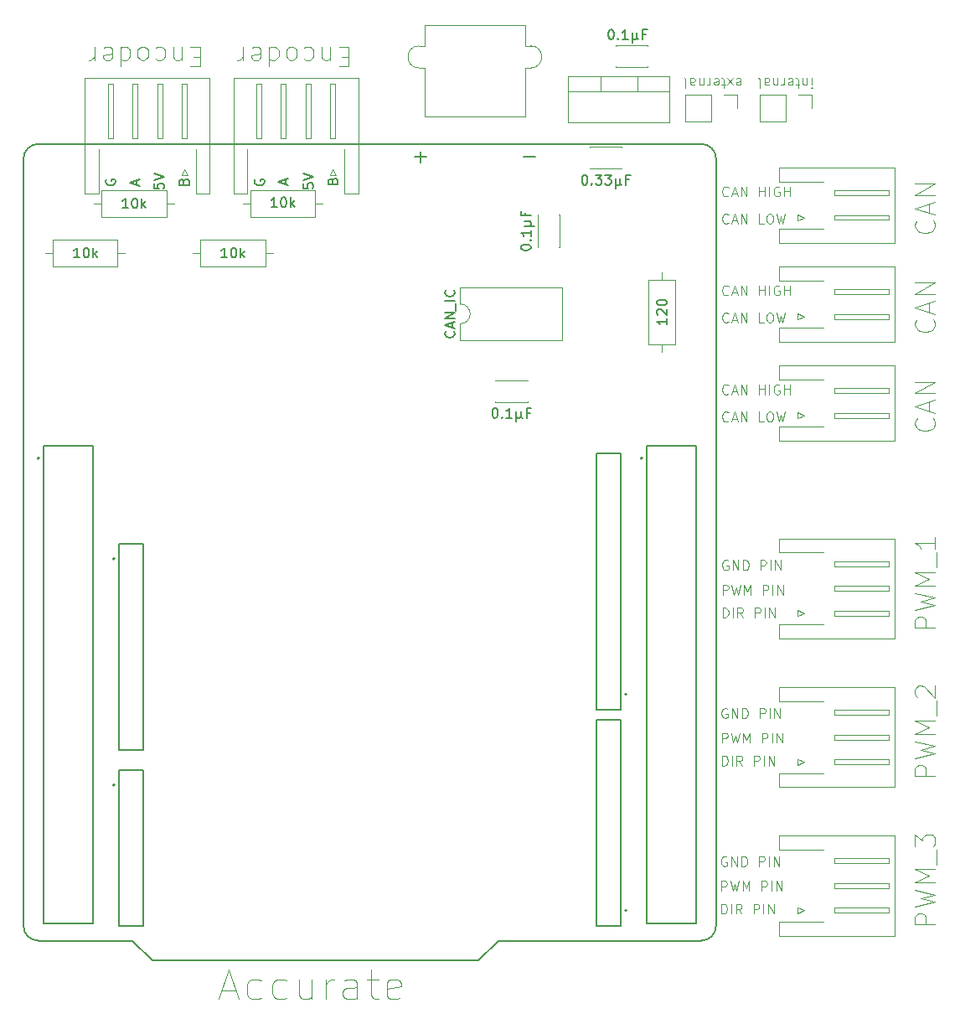
<source format=gbr>
%TF.GenerationSoftware,KiCad,Pcbnew,8.0.8-8.0.8-0~ubuntu24.04.1*%
%TF.CreationDate,2025-02-07T22:42:51+09:00*%
%TF.ProjectId,Accurate,41636375-7261-4746-952e-6b696361645f,rev?*%
%TF.SameCoordinates,Original*%
%TF.FileFunction,Legend,Top*%
%TF.FilePolarity,Positive*%
%FSLAX46Y46*%
G04 Gerber Fmt 4.6, Leading zero omitted, Abs format (unit mm)*
G04 Created by KiCad (PCBNEW 8.0.8-8.0.8-0~ubuntu24.04.1) date 2025-02-07 22:42:51*
%MOMM*%
%LPD*%
G01*
G04 APERTURE LIST*
%ADD10C,0.100000*%
%ADD11C,0.150000*%
%ADD12C,0.120000*%
%ADD13C,0.127000*%
%ADD14C,0.200000*%
G04 APERTURE END LIST*
D10*
X175875312Y-80527180D02*
X175827693Y-80574800D01*
X175827693Y-80574800D02*
X175684836Y-80622419D01*
X175684836Y-80622419D02*
X175589598Y-80622419D01*
X175589598Y-80622419D02*
X175446741Y-80574800D01*
X175446741Y-80574800D02*
X175351503Y-80479561D01*
X175351503Y-80479561D02*
X175303884Y-80384323D01*
X175303884Y-80384323D02*
X175256265Y-80193847D01*
X175256265Y-80193847D02*
X175256265Y-80050990D01*
X175256265Y-80050990D02*
X175303884Y-79860514D01*
X175303884Y-79860514D02*
X175351503Y-79765276D01*
X175351503Y-79765276D02*
X175446741Y-79670038D01*
X175446741Y-79670038D02*
X175589598Y-79622419D01*
X175589598Y-79622419D02*
X175684836Y-79622419D01*
X175684836Y-79622419D02*
X175827693Y-79670038D01*
X175827693Y-79670038D02*
X175875312Y-79717657D01*
X176256265Y-80336704D02*
X176732455Y-80336704D01*
X176161027Y-80622419D02*
X176494360Y-79622419D01*
X176494360Y-79622419D02*
X176827693Y-80622419D01*
X177161027Y-80622419D02*
X177161027Y-79622419D01*
X177161027Y-79622419D02*
X177732455Y-80622419D01*
X177732455Y-80622419D02*
X177732455Y-79622419D01*
X179446741Y-80622419D02*
X178970551Y-80622419D01*
X178970551Y-80622419D02*
X178970551Y-79622419D01*
X179970551Y-79622419D02*
X180161027Y-79622419D01*
X180161027Y-79622419D02*
X180256265Y-79670038D01*
X180256265Y-79670038D02*
X180351503Y-79765276D01*
X180351503Y-79765276D02*
X180399122Y-79955752D01*
X180399122Y-79955752D02*
X180399122Y-80289085D01*
X180399122Y-80289085D02*
X180351503Y-80479561D01*
X180351503Y-80479561D02*
X180256265Y-80574800D01*
X180256265Y-80574800D02*
X180161027Y-80622419D01*
X180161027Y-80622419D02*
X179970551Y-80622419D01*
X179970551Y-80622419D02*
X179875313Y-80574800D01*
X179875313Y-80574800D02*
X179780075Y-80479561D01*
X179780075Y-80479561D02*
X179732456Y-80289085D01*
X179732456Y-80289085D02*
X179732456Y-79955752D01*
X179732456Y-79955752D02*
X179780075Y-79765276D01*
X179780075Y-79765276D02*
X179875313Y-79670038D01*
X179875313Y-79670038D02*
X179970551Y-79622419D01*
X180732456Y-79622419D02*
X180970551Y-80622419D01*
X180970551Y-80622419D02*
X181161027Y-79908133D01*
X181161027Y-79908133D02*
X181351503Y-80622419D01*
X181351503Y-80622419D02*
X181589599Y-79622419D01*
D11*
X128027438Y-66188095D02*
X127979819Y-66283333D01*
X127979819Y-66283333D02*
X127979819Y-66426190D01*
X127979819Y-66426190D02*
X128027438Y-66569047D01*
X128027438Y-66569047D02*
X128122676Y-66664285D01*
X128122676Y-66664285D02*
X128217914Y-66711904D01*
X128217914Y-66711904D02*
X128408390Y-66759523D01*
X128408390Y-66759523D02*
X128551247Y-66759523D01*
X128551247Y-66759523D02*
X128741723Y-66711904D01*
X128741723Y-66711904D02*
X128836961Y-66664285D01*
X128836961Y-66664285D02*
X128932200Y-66569047D01*
X128932200Y-66569047D02*
X128979819Y-66426190D01*
X128979819Y-66426190D02*
X128979819Y-66330952D01*
X128979819Y-66330952D02*
X128932200Y-66188095D01*
X128932200Y-66188095D02*
X128884580Y-66140476D01*
X128884580Y-66140476D02*
X128551247Y-66140476D01*
X128551247Y-66140476D02*
X128551247Y-66330952D01*
X120831009Y-66378571D02*
X120878628Y-66235714D01*
X120878628Y-66235714D02*
X120926247Y-66188095D01*
X120926247Y-66188095D02*
X121021485Y-66140476D01*
X121021485Y-66140476D02*
X121164342Y-66140476D01*
X121164342Y-66140476D02*
X121259580Y-66188095D01*
X121259580Y-66188095D02*
X121307200Y-66235714D01*
X121307200Y-66235714D02*
X121354819Y-66330952D01*
X121354819Y-66330952D02*
X121354819Y-66711904D01*
X121354819Y-66711904D02*
X120354819Y-66711904D01*
X120354819Y-66711904D02*
X120354819Y-66378571D01*
X120354819Y-66378571D02*
X120402438Y-66283333D01*
X120402438Y-66283333D02*
X120450057Y-66235714D01*
X120450057Y-66235714D02*
X120545295Y-66188095D01*
X120545295Y-66188095D02*
X120640533Y-66188095D01*
X120640533Y-66188095D02*
X120735771Y-66235714D01*
X120735771Y-66235714D02*
X120783390Y-66283333D01*
X120783390Y-66283333D02*
X120831009Y-66378571D01*
X120831009Y-66378571D02*
X120831009Y-66711904D01*
D10*
X176690163Y-55975200D02*
X176785401Y-55927580D01*
X176785401Y-55927580D02*
X176975877Y-55927580D01*
X176975877Y-55927580D02*
X177071115Y-55975200D01*
X177071115Y-55975200D02*
X177118734Y-56070438D01*
X177118734Y-56070438D02*
X177118734Y-56451390D01*
X177118734Y-56451390D02*
X177071115Y-56546628D01*
X177071115Y-56546628D02*
X176975877Y-56594247D01*
X176975877Y-56594247D02*
X176785401Y-56594247D01*
X176785401Y-56594247D02*
X176690163Y-56546628D01*
X176690163Y-56546628D02*
X176642544Y-56451390D01*
X176642544Y-56451390D02*
X176642544Y-56356152D01*
X176642544Y-56356152D02*
X177118734Y-56260914D01*
X176309210Y-55927580D02*
X175785401Y-56594247D01*
X176309210Y-56594247D02*
X175785401Y-55927580D01*
X175547305Y-56594247D02*
X175166353Y-56594247D01*
X175404448Y-56927580D02*
X175404448Y-56070438D01*
X175404448Y-56070438D02*
X175356829Y-55975200D01*
X175356829Y-55975200D02*
X175261591Y-55927580D01*
X175261591Y-55927580D02*
X175166353Y-55927580D01*
X174452067Y-55975200D02*
X174547305Y-55927580D01*
X174547305Y-55927580D02*
X174737781Y-55927580D01*
X174737781Y-55927580D02*
X174833019Y-55975200D01*
X174833019Y-55975200D02*
X174880638Y-56070438D01*
X174880638Y-56070438D02*
X174880638Y-56451390D01*
X174880638Y-56451390D02*
X174833019Y-56546628D01*
X174833019Y-56546628D02*
X174737781Y-56594247D01*
X174737781Y-56594247D02*
X174547305Y-56594247D01*
X174547305Y-56594247D02*
X174452067Y-56546628D01*
X174452067Y-56546628D02*
X174404448Y-56451390D01*
X174404448Y-56451390D02*
X174404448Y-56356152D01*
X174404448Y-56356152D02*
X174880638Y-56260914D01*
X173975876Y-55927580D02*
X173975876Y-56594247D01*
X173975876Y-56403771D02*
X173928257Y-56499009D01*
X173928257Y-56499009D02*
X173880638Y-56546628D01*
X173880638Y-56546628D02*
X173785400Y-56594247D01*
X173785400Y-56594247D02*
X173690162Y-56594247D01*
X173356828Y-56594247D02*
X173356828Y-55927580D01*
X173356828Y-56499009D02*
X173309209Y-56546628D01*
X173309209Y-56546628D02*
X173213971Y-56594247D01*
X173213971Y-56594247D02*
X173071114Y-56594247D01*
X173071114Y-56594247D02*
X172975876Y-56546628D01*
X172975876Y-56546628D02*
X172928257Y-56451390D01*
X172928257Y-56451390D02*
X172928257Y-55927580D01*
X172023495Y-55927580D02*
X172023495Y-56451390D01*
X172023495Y-56451390D02*
X172071114Y-56546628D01*
X172071114Y-56546628D02*
X172166352Y-56594247D01*
X172166352Y-56594247D02*
X172356828Y-56594247D01*
X172356828Y-56594247D02*
X172452066Y-56546628D01*
X172023495Y-55975200D02*
X172118733Y-55927580D01*
X172118733Y-55927580D02*
X172356828Y-55927580D01*
X172356828Y-55927580D02*
X172452066Y-55975200D01*
X172452066Y-55975200D02*
X172499685Y-56070438D01*
X172499685Y-56070438D02*
X172499685Y-56165676D01*
X172499685Y-56165676D02*
X172452066Y-56260914D01*
X172452066Y-56260914D02*
X172356828Y-56308533D01*
X172356828Y-56308533D02*
X172118733Y-56308533D01*
X172118733Y-56308533D02*
X172023495Y-56356152D01*
X171404447Y-55927580D02*
X171499685Y-55975200D01*
X171499685Y-55975200D02*
X171547304Y-56070438D01*
X171547304Y-56070438D02*
X171547304Y-56927580D01*
X175875312Y-77777180D02*
X175827693Y-77824800D01*
X175827693Y-77824800D02*
X175684836Y-77872419D01*
X175684836Y-77872419D02*
X175589598Y-77872419D01*
X175589598Y-77872419D02*
X175446741Y-77824800D01*
X175446741Y-77824800D02*
X175351503Y-77729561D01*
X175351503Y-77729561D02*
X175303884Y-77634323D01*
X175303884Y-77634323D02*
X175256265Y-77443847D01*
X175256265Y-77443847D02*
X175256265Y-77300990D01*
X175256265Y-77300990D02*
X175303884Y-77110514D01*
X175303884Y-77110514D02*
X175351503Y-77015276D01*
X175351503Y-77015276D02*
X175446741Y-76920038D01*
X175446741Y-76920038D02*
X175589598Y-76872419D01*
X175589598Y-76872419D02*
X175684836Y-76872419D01*
X175684836Y-76872419D02*
X175827693Y-76920038D01*
X175827693Y-76920038D02*
X175875312Y-76967657D01*
X176256265Y-77586704D02*
X176732455Y-77586704D01*
X176161027Y-77872419D02*
X176494360Y-76872419D01*
X176494360Y-76872419D02*
X176827693Y-77872419D01*
X177161027Y-77872419D02*
X177161027Y-76872419D01*
X177161027Y-76872419D02*
X177732455Y-77872419D01*
X177732455Y-77872419D02*
X177732455Y-76872419D01*
X178970551Y-77872419D02*
X178970551Y-76872419D01*
X178970551Y-77348609D02*
X179541979Y-77348609D01*
X179541979Y-77872419D02*
X179541979Y-76872419D01*
X180018170Y-77872419D02*
X180018170Y-76872419D01*
X181018169Y-76920038D02*
X180922931Y-76872419D01*
X180922931Y-76872419D02*
X180780074Y-76872419D01*
X180780074Y-76872419D02*
X180637217Y-76920038D01*
X180637217Y-76920038D02*
X180541979Y-77015276D01*
X180541979Y-77015276D02*
X180494360Y-77110514D01*
X180494360Y-77110514D02*
X180446741Y-77300990D01*
X180446741Y-77300990D02*
X180446741Y-77443847D01*
X180446741Y-77443847D02*
X180494360Y-77634323D01*
X180494360Y-77634323D02*
X180541979Y-77729561D01*
X180541979Y-77729561D02*
X180637217Y-77824800D01*
X180637217Y-77824800D02*
X180780074Y-77872419D01*
X180780074Y-77872419D02*
X180875312Y-77872419D01*
X180875312Y-77872419D02*
X181018169Y-77824800D01*
X181018169Y-77824800D02*
X181065788Y-77777180D01*
X181065788Y-77777180D02*
X181065788Y-77443847D01*
X181065788Y-77443847D02*
X180875312Y-77443847D01*
X181494360Y-77872419D02*
X181494360Y-76872419D01*
X181494360Y-77348609D02*
X182065788Y-77348609D01*
X182065788Y-77872419D02*
X182065788Y-76872419D01*
X175875312Y-67777180D02*
X175827693Y-67824800D01*
X175827693Y-67824800D02*
X175684836Y-67872419D01*
X175684836Y-67872419D02*
X175589598Y-67872419D01*
X175589598Y-67872419D02*
X175446741Y-67824800D01*
X175446741Y-67824800D02*
X175351503Y-67729561D01*
X175351503Y-67729561D02*
X175303884Y-67634323D01*
X175303884Y-67634323D02*
X175256265Y-67443847D01*
X175256265Y-67443847D02*
X175256265Y-67300990D01*
X175256265Y-67300990D02*
X175303884Y-67110514D01*
X175303884Y-67110514D02*
X175351503Y-67015276D01*
X175351503Y-67015276D02*
X175446741Y-66920038D01*
X175446741Y-66920038D02*
X175589598Y-66872419D01*
X175589598Y-66872419D02*
X175684836Y-66872419D01*
X175684836Y-66872419D02*
X175827693Y-66920038D01*
X175827693Y-66920038D02*
X175875312Y-66967657D01*
X176256265Y-67586704D02*
X176732455Y-67586704D01*
X176161027Y-67872419D02*
X176494360Y-66872419D01*
X176494360Y-66872419D02*
X176827693Y-67872419D01*
X177161027Y-67872419D02*
X177161027Y-66872419D01*
X177161027Y-66872419D02*
X177732455Y-67872419D01*
X177732455Y-67872419D02*
X177732455Y-66872419D01*
X178970551Y-67872419D02*
X178970551Y-66872419D01*
X178970551Y-67348609D02*
X179541979Y-67348609D01*
X179541979Y-67872419D02*
X179541979Y-66872419D01*
X180018170Y-67872419D02*
X180018170Y-66872419D01*
X181018169Y-66920038D02*
X180922931Y-66872419D01*
X180922931Y-66872419D02*
X180780074Y-66872419D01*
X180780074Y-66872419D02*
X180637217Y-66920038D01*
X180637217Y-66920038D02*
X180541979Y-67015276D01*
X180541979Y-67015276D02*
X180494360Y-67110514D01*
X180494360Y-67110514D02*
X180446741Y-67300990D01*
X180446741Y-67300990D02*
X180446741Y-67443847D01*
X180446741Y-67443847D02*
X180494360Y-67634323D01*
X180494360Y-67634323D02*
X180541979Y-67729561D01*
X180541979Y-67729561D02*
X180637217Y-67824800D01*
X180637217Y-67824800D02*
X180780074Y-67872419D01*
X180780074Y-67872419D02*
X180875312Y-67872419D01*
X180875312Y-67872419D02*
X181018169Y-67824800D01*
X181018169Y-67824800D02*
X181065788Y-67777180D01*
X181065788Y-67777180D02*
X181065788Y-67443847D01*
X181065788Y-67443847D02*
X180875312Y-67443847D01*
X181494360Y-67872419D02*
X181494360Y-66872419D01*
X181494360Y-67348609D02*
X182065788Y-67348609D01*
X182065788Y-67872419D02*
X182065788Y-66872419D01*
X175752693Y-119620038D02*
X175657455Y-119572419D01*
X175657455Y-119572419D02*
X175514598Y-119572419D01*
X175514598Y-119572419D02*
X175371741Y-119620038D01*
X175371741Y-119620038D02*
X175276503Y-119715276D01*
X175276503Y-119715276D02*
X175228884Y-119810514D01*
X175228884Y-119810514D02*
X175181265Y-120000990D01*
X175181265Y-120000990D02*
X175181265Y-120143847D01*
X175181265Y-120143847D02*
X175228884Y-120334323D01*
X175228884Y-120334323D02*
X175276503Y-120429561D01*
X175276503Y-120429561D02*
X175371741Y-120524800D01*
X175371741Y-120524800D02*
X175514598Y-120572419D01*
X175514598Y-120572419D02*
X175609836Y-120572419D01*
X175609836Y-120572419D02*
X175752693Y-120524800D01*
X175752693Y-120524800D02*
X175800312Y-120477180D01*
X175800312Y-120477180D02*
X175800312Y-120143847D01*
X175800312Y-120143847D02*
X175609836Y-120143847D01*
X176228884Y-120572419D02*
X176228884Y-119572419D01*
X176228884Y-119572419D02*
X176800312Y-120572419D01*
X176800312Y-120572419D02*
X176800312Y-119572419D01*
X177276503Y-120572419D02*
X177276503Y-119572419D01*
X177276503Y-119572419D02*
X177514598Y-119572419D01*
X177514598Y-119572419D02*
X177657455Y-119620038D01*
X177657455Y-119620038D02*
X177752693Y-119715276D01*
X177752693Y-119715276D02*
X177800312Y-119810514D01*
X177800312Y-119810514D02*
X177847931Y-120000990D01*
X177847931Y-120000990D02*
X177847931Y-120143847D01*
X177847931Y-120143847D02*
X177800312Y-120334323D01*
X177800312Y-120334323D02*
X177752693Y-120429561D01*
X177752693Y-120429561D02*
X177657455Y-120524800D01*
X177657455Y-120524800D02*
X177514598Y-120572419D01*
X177514598Y-120572419D02*
X177276503Y-120572419D01*
X179038408Y-120572419D02*
X179038408Y-119572419D01*
X179038408Y-119572419D02*
X179419360Y-119572419D01*
X179419360Y-119572419D02*
X179514598Y-119620038D01*
X179514598Y-119620038D02*
X179562217Y-119667657D01*
X179562217Y-119667657D02*
X179609836Y-119762895D01*
X179609836Y-119762895D02*
X179609836Y-119905752D01*
X179609836Y-119905752D02*
X179562217Y-120000990D01*
X179562217Y-120000990D02*
X179514598Y-120048609D01*
X179514598Y-120048609D02*
X179419360Y-120096228D01*
X179419360Y-120096228D02*
X179038408Y-120096228D01*
X180038408Y-120572419D02*
X180038408Y-119572419D01*
X180514598Y-120572419D02*
X180514598Y-119572419D01*
X180514598Y-119572419D02*
X181086026Y-120572419D01*
X181086026Y-120572419D02*
X181086026Y-119572419D01*
D11*
X117829819Y-66590476D02*
X117829819Y-67066666D01*
X117829819Y-67066666D02*
X118306009Y-67114285D01*
X118306009Y-67114285D02*
X118258390Y-67066666D01*
X118258390Y-67066666D02*
X118210771Y-66971428D01*
X118210771Y-66971428D02*
X118210771Y-66733333D01*
X118210771Y-66733333D02*
X118258390Y-66638095D01*
X118258390Y-66638095D02*
X118306009Y-66590476D01*
X118306009Y-66590476D02*
X118401247Y-66542857D01*
X118401247Y-66542857D02*
X118639342Y-66542857D01*
X118639342Y-66542857D02*
X118734580Y-66590476D01*
X118734580Y-66590476D02*
X118782200Y-66638095D01*
X118782200Y-66638095D02*
X118829819Y-66733333D01*
X118829819Y-66733333D02*
X118829819Y-66971428D01*
X118829819Y-66971428D02*
X118782200Y-67066666D01*
X118782200Y-67066666D02*
X118734580Y-67114285D01*
X117829819Y-66257142D02*
X118829819Y-65923809D01*
X118829819Y-65923809D02*
X117829819Y-65590476D01*
D10*
X175303884Y-110422419D02*
X175303884Y-109422419D01*
X175303884Y-109422419D02*
X175541979Y-109422419D01*
X175541979Y-109422419D02*
X175684836Y-109470038D01*
X175684836Y-109470038D02*
X175780074Y-109565276D01*
X175780074Y-109565276D02*
X175827693Y-109660514D01*
X175827693Y-109660514D02*
X175875312Y-109850990D01*
X175875312Y-109850990D02*
X175875312Y-109993847D01*
X175875312Y-109993847D02*
X175827693Y-110184323D01*
X175827693Y-110184323D02*
X175780074Y-110279561D01*
X175780074Y-110279561D02*
X175684836Y-110374800D01*
X175684836Y-110374800D02*
X175541979Y-110422419D01*
X175541979Y-110422419D02*
X175303884Y-110422419D01*
X176303884Y-110422419D02*
X176303884Y-109422419D01*
X177351502Y-110422419D02*
X177018169Y-109946228D01*
X176780074Y-110422419D02*
X176780074Y-109422419D01*
X176780074Y-109422419D02*
X177161026Y-109422419D01*
X177161026Y-109422419D02*
X177256264Y-109470038D01*
X177256264Y-109470038D02*
X177303883Y-109517657D01*
X177303883Y-109517657D02*
X177351502Y-109612895D01*
X177351502Y-109612895D02*
X177351502Y-109755752D01*
X177351502Y-109755752D02*
X177303883Y-109850990D01*
X177303883Y-109850990D02*
X177256264Y-109898609D01*
X177256264Y-109898609D02*
X177161026Y-109946228D01*
X177161026Y-109946228D02*
X176780074Y-109946228D01*
X178541979Y-110422419D02*
X178541979Y-109422419D01*
X178541979Y-109422419D02*
X178922931Y-109422419D01*
X178922931Y-109422419D02*
X179018169Y-109470038D01*
X179018169Y-109470038D02*
X179065788Y-109517657D01*
X179065788Y-109517657D02*
X179113407Y-109612895D01*
X179113407Y-109612895D02*
X179113407Y-109755752D01*
X179113407Y-109755752D02*
X179065788Y-109850990D01*
X179065788Y-109850990D02*
X179018169Y-109898609D01*
X179018169Y-109898609D02*
X178922931Y-109946228D01*
X178922931Y-109946228D02*
X178541979Y-109946228D01*
X179541979Y-110422419D02*
X179541979Y-109422419D01*
X180018169Y-110422419D02*
X180018169Y-109422419D01*
X180018169Y-109422419D02*
X180589597Y-110422419D01*
X180589597Y-110422419D02*
X180589597Y-109422419D01*
D11*
X163960714Y-51004819D02*
X164055952Y-51004819D01*
X164055952Y-51004819D02*
X164151190Y-51052438D01*
X164151190Y-51052438D02*
X164198809Y-51100057D01*
X164198809Y-51100057D02*
X164246428Y-51195295D01*
X164246428Y-51195295D02*
X164294047Y-51385771D01*
X164294047Y-51385771D02*
X164294047Y-51623866D01*
X164294047Y-51623866D02*
X164246428Y-51814342D01*
X164246428Y-51814342D02*
X164198809Y-51909580D01*
X164198809Y-51909580D02*
X164151190Y-51957200D01*
X164151190Y-51957200D02*
X164055952Y-52004819D01*
X164055952Y-52004819D02*
X163960714Y-52004819D01*
X163960714Y-52004819D02*
X163865476Y-51957200D01*
X163865476Y-51957200D02*
X163817857Y-51909580D01*
X163817857Y-51909580D02*
X163770238Y-51814342D01*
X163770238Y-51814342D02*
X163722619Y-51623866D01*
X163722619Y-51623866D02*
X163722619Y-51385771D01*
X163722619Y-51385771D02*
X163770238Y-51195295D01*
X163770238Y-51195295D02*
X163817857Y-51100057D01*
X163817857Y-51100057D02*
X163865476Y-51052438D01*
X163865476Y-51052438D02*
X163960714Y-51004819D01*
X164722619Y-51909580D02*
X164770238Y-51957200D01*
X164770238Y-51957200D02*
X164722619Y-52004819D01*
X164722619Y-52004819D02*
X164675000Y-51957200D01*
X164675000Y-51957200D02*
X164722619Y-51909580D01*
X164722619Y-51909580D02*
X164722619Y-52004819D01*
X165722618Y-52004819D02*
X165151190Y-52004819D01*
X165436904Y-52004819D02*
X165436904Y-51004819D01*
X165436904Y-51004819D02*
X165341666Y-51147676D01*
X165341666Y-51147676D02*
X165246428Y-51242914D01*
X165246428Y-51242914D02*
X165151190Y-51290533D01*
X166151190Y-51338152D02*
X166151190Y-52338152D01*
X166627380Y-51861961D02*
X166674999Y-51957200D01*
X166674999Y-51957200D02*
X166770237Y-52004819D01*
X166151190Y-51861961D02*
X166198809Y-51957200D01*
X166198809Y-51957200D02*
X166294047Y-52004819D01*
X166294047Y-52004819D02*
X166484523Y-52004819D01*
X166484523Y-52004819D02*
X166579761Y-51957200D01*
X166579761Y-51957200D02*
X166627380Y-51861961D01*
X166627380Y-51861961D02*
X166627380Y-51338152D01*
X167532142Y-51481009D02*
X167198809Y-51481009D01*
X167198809Y-52004819D02*
X167198809Y-51004819D01*
X167198809Y-51004819D02*
X167674999Y-51004819D01*
D10*
X175178884Y-140347419D02*
X175178884Y-139347419D01*
X175178884Y-139347419D02*
X175416979Y-139347419D01*
X175416979Y-139347419D02*
X175559836Y-139395038D01*
X175559836Y-139395038D02*
X175655074Y-139490276D01*
X175655074Y-139490276D02*
X175702693Y-139585514D01*
X175702693Y-139585514D02*
X175750312Y-139775990D01*
X175750312Y-139775990D02*
X175750312Y-139918847D01*
X175750312Y-139918847D02*
X175702693Y-140109323D01*
X175702693Y-140109323D02*
X175655074Y-140204561D01*
X175655074Y-140204561D02*
X175559836Y-140299800D01*
X175559836Y-140299800D02*
X175416979Y-140347419D01*
X175416979Y-140347419D02*
X175178884Y-140347419D01*
X176178884Y-140347419D02*
X176178884Y-139347419D01*
X177226502Y-140347419D02*
X176893169Y-139871228D01*
X176655074Y-140347419D02*
X176655074Y-139347419D01*
X176655074Y-139347419D02*
X177036026Y-139347419D01*
X177036026Y-139347419D02*
X177131264Y-139395038D01*
X177131264Y-139395038D02*
X177178883Y-139442657D01*
X177178883Y-139442657D02*
X177226502Y-139537895D01*
X177226502Y-139537895D02*
X177226502Y-139680752D01*
X177226502Y-139680752D02*
X177178883Y-139775990D01*
X177178883Y-139775990D02*
X177131264Y-139823609D01*
X177131264Y-139823609D02*
X177036026Y-139871228D01*
X177036026Y-139871228D02*
X176655074Y-139871228D01*
X178416979Y-140347419D02*
X178416979Y-139347419D01*
X178416979Y-139347419D02*
X178797931Y-139347419D01*
X178797931Y-139347419D02*
X178893169Y-139395038D01*
X178893169Y-139395038D02*
X178940788Y-139442657D01*
X178940788Y-139442657D02*
X178988407Y-139537895D01*
X178988407Y-139537895D02*
X178988407Y-139680752D01*
X178988407Y-139680752D02*
X178940788Y-139775990D01*
X178940788Y-139775990D02*
X178893169Y-139823609D01*
X178893169Y-139823609D02*
X178797931Y-139871228D01*
X178797931Y-139871228D02*
X178416979Y-139871228D01*
X179416979Y-140347419D02*
X179416979Y-139347419D01*
X179893169Y-140347419D02*
X179893169Y-139347419D01*
X179893169Y-139347419D02*
X180464597Y-140347419D01*
X180464597Y-140347419D02*
X180464597Y-139347419D01*
X124637217Y-148120514D02*
X126065789Y-148120514D01*
X124351503Y-148977657D02*
X125351503Y-145977657D01*
X125351503Y-145977657D02*
X126351503Y-148977657D01*
X128637218Y-148834800D02*
X128351503Y-148977657D01*
X128351503Y-148977657D02*
X127780075Y-148977657D01*
X127780075Y-148977657D02*
X127494360Y-148834800D01*
X127494360Y-148834800D02*
X127351503Y-148691942D01*
X127351503Y-148691942D02*
X127208646Y-148406228D01*
X127208646Y-148406228D02*
X127208646Y-147549085D01*
X127208646Y-147549085D02*
X127351503Y-147263371D01*
X127351503Y-147263371D02*
X127494360Y-147120514D01*
X127494360Y-147120514D02*
X127780075Y-146977657D01*
X127780075Y-146977657D02*
X128351503Y-146977657D01*
X128351503Y-146977657D02*
X128637218Y-147120514D01*
X131208647Y-148834800D02*
X130922932Y-148977657D01*
X130922932Y-148977657D02*
X130351504Y-148977657D01*
X130351504Y-148977657D02*
X130065789Y-148834800D01*
X130065789Y-148834800D02*
X129922932Y-148691942D01*
X129922932Y-148691942D02*
X129780075Y-148406228D01*
X129780075Y-148406228D02*
X129780075Y-147549085D01*
X129780075Y-147549085D02*
X129922932Y-147263371D01*
X129922932Y-147263371D02*
X130065789Y-147120514D01*
X130065789Y-147120514D02*
X130351504Y-146977657D01*
X130351504Y-146977657D02*
X130922932Y-146977657D01*
X130922932Y-146977657D02*
X131208647Y-147120514D01*
X133780076Y-146977657D02*
X133780076Y-148977657D01*
X132494361Y-146977657D02*
X132494361Y-148549085D01*
X132494361Y-148549085D02*
X132637218Y-148834800D01*
X132637218Y-148834800D02*
X132922933Y-148977657D01*
X132922933Y-148977657D02*
X133351504Y-148977657D01*
X133351504Y-148977657D02*
X133637218Y-148834800D01*
X133637218Y-148834800D02*
X133780076Y-148691942D01*
X135208647Y-148977657D02*
X135208647Y-146977657D01*
X135208647Y-147549085D02*
X135351504Y-147263371D01*
X135351504Y-147263371D02*
X135494362Y-147120514D01*
X135494362Y-147120514D02*
X135780076Y-146977657D01*
X135780076Y-146977657D02*
X136065790Y-146977657D01*
X138351505Y-148977657D02*
X138351505Y-147406228D01*
X138351505Y-147406228D02*
X138208647Y-147120514D01*
X138208647Y-147120514D02*
X137922933Y-146977657D01*
X137922933Y-146977657D02*
X137351505Y-146977657D01*
X137351505Y-146977657D02*
X137065790Y-147120514D01*
X138351505Y-148834800D02*
X138065790Y-148977657D01*
X138065790Y-148977657D02*
X137351505Y-148977657D01*
X137351505Y-148977657D02*
X137065790Y-148834800D01*
X137065790Y-148834800D02*
X136922933Y-148549085D01*
X136922933Y-148549085D02*
X136922933Y-148263371D01*
X136922933Y-148263371D02*
X137065790Y-147977657D01*
X137065790Y-147977657D02*
X137351505Y-147834800D01*
X137351505Y-147834800D02*
X138065790Y-147834800D01*
X138065790Y-147834800D02*
X138351505Y-147691942D01*
X139351505Y-146977657D02*
X140494362Y-146977657D01*
X139780076Y-145977657D02*
X139780076Y-148549085D01*
X139780076Y-148549085D02*
X139922933Y-148834800D01*
X139922933Y-148834800D02*
X140208648Y-148977657D01*
X140208648Y-148977657D02*
X140494362Y-148977657D01*
X142637219Y-148834800D02*
X142351505Y-148977657D01*
X142351505Y-148977657D02*
X141780077Y-148977657D01*
X141780077Y-148977657D02*
X141494362Y-148834800D01*
X141494362Y-148834800D02*
X141351505Y-148549085D01*
X141351505Y-148549085D02*
X141351505Y-147406228D01*
X141351505Y-147406228D02*
X141494362Y-147120514D01*
X141494362Y-147120514D02*
X141780077Y-146977657D01*
X141780077Y-146977657D02*
X142351505Y-146977657D01*
X142351505Y-146977657D02*
X142637219Y-147120514D01*
X142637219Y-147120514D02*
X142780077Y-147406228D01*
X142780077Y-147406228D02*
X142780077Y-147691942D01*
X142780077Y-147691942D02*
X141351505Y-147977657D01*
D11*
X135881009Y-66328571D02*
X135928628Y-66185714D01*
X135928628Y-66185714D02*
X135976247Y-66138095D01*
X135976247Y-66138095D02*
X136071485Y-66090476D01*
X136071485Y-66090476D02*
X136214342Y-66090476D01*
X136214342Y-66090476D02*
X136309580Y-66138095D01*
X136309580Y-66138095D02*
X136357200Y-66185714D01*
X136357200Y-66185714D02*
X136404819Y-66280952D01*
X136404819Y-66280952D02*
X136404819Y-66661904D01*
X136404819Y-66661904D02*
X135404819Y-66661904D01*
X135404819Y-66661904D02*
X135404819Y-66328571D01*
X135404819Y-66328571D02*
X135452438Y-66233333D01*
X135452438Y-66233333D02*
X135500057Y-66185714D01*
X135500057Y-66185714D02*
X135595295Y-66138095D01*
X135595295Y-66138095D02*
X135690533Y-66138095D01*
X135690533Y-66138095D02*
X135785771Y-66185714D01*
X135785771Y-66185714D02*
X135833390Y-66233333D01*
X135833390Y-66233333D02*
X135881009Y-66328571D01*
X135881009Y-66328571D02*
X135881009Y-66661904D01*
D10*
X196559561Y-90315163D02*
X196654800Y-90410401D01*
X196654800Y-90410401D02*
X196750038Y-90696115D01*
X196750038Y-90696115D02*
X196750038Y-90886591D01*
X196750038Y-90886591D02*
X196654800Y-91172306D01*
X196654800Y-91172306D02*
X196464323Y-91362782D01*
X196464323Y-91362782D02*
X196273847Y-91458020D01*
X196273847Y-91458020D02*
X195892895Y-91553258D01*
X195892895Y-91553258D02*
X195607180Y-91553258D01*
X195607180Y-91553258D02*
X195226228Y-91458020D01*
X195226228Y-91458020D02*
X195035752Y-91362782D01*
X195035752Y-91362782D02*
X194845276Y-91172306D01*
X194845276Y-91172306D02*
X194750038Y-90886591D01*
X194750038Y-90886591D02*
X194750038Y-90696115D01*
X194750038Y-90696115D02*
X194845276Y-90410401D01*
X194845276Y-90410401D02*
X194940514Y-90315163D01*
X196178609Y-89553258D02*
X196178609Y-88600877D01*
X196750038Y-89743734D02*
X194750038Y-89077068D01*
X194750038Y-89077068D02*
X196750038Y-88410401D01*
X196750038Y-87743734D02*
X194750038Y-87743734D01*
X194750038Y-87743734D02*
X196750038Y-86600877D01*
X196750038Y-86600877D02*
X194750038Y-86600877D01*
X175875312Y-87777180D02*
X175827693Y-87824800D01*
X175827693Y-87824800D02*
X175684836Y-87872419D01*
X175684836Y-87872419D02*
X175589598Y-87872419D01*
X175589598Y-87872419D02*
X175446741Y-87824800D01*
X175446741Y-87824800D02*
X175351503Y-87729561D01*
X175351503Y-87729561D02*
X175303884Y-87634323D01*
X175303884Y-87634323D02*
X175256265Y-87443847D01*
X175256265Y-87443847D02*
X175256265Y-87300990D01*
X175256265Y-87300990D02*
X175303884Y-87110514D01*
X175303884Y-87110514D02*
X175351503Y-87015276D01*
X175351503Y-87015276D02*
X175446741Y-86920038D01*
X175446741Y-86920038D02*
X175589598Y-86872419D01*
X175589598Y-86872419D02*
X175684836Y-86872419D01*
X175684836Y-86872419D02*
X175827693Y-86920038D01*
X175827693Y-86920038D02*
X175875312Y-86967657D01*
X176256265Y-87586704D02*
X176732455Y-87586704D01*
X176161027Y-87872419D02*
X176494360Y-86872419D01*
X176494360Y-86872419D02*
X176827693Y-87872419D01*
X177161027Y-87872419D02*
X177161027Y-86872419D01*
X177161027Y-86872419D02*
X177732455Y-87872419D01*
X177732455Y-87872419D02*
X177732455Y-86872419D01*
X178970551Y-87872419D02*
X178970551Y-86872419D01*
X178970551Y-87348609D02*
X179541979Y-87348609D01*
X179541979Y-87872419D02*
X179541979Y-86872419D01*
X180018170Y-87872419D02*
X180018170Y-86872419D01*
X181018169Y-86920038D02*
X180922931Y-86872419D01*
X180922931Y-86872419D02*
X180780074Y-86872419D01*
X180780074Y-86872419D02*
X180637217Y-86920038D01*
X180637217Y-86920038D02*
X180541979Y-87015276D01*
X180541979Y-87015276D02*
X180494360Y-87110514D01*
X180494360Y-87110514D02*
X180446741Y-87300990D01*
X180446741Y-87300990D02*
X180446741Y-87443847D01*
X180446741Y-87443847D02*
X180494360Y-87634323D01*
X180494360Y-87634323D02*
X180541979Y-87729561D01*
X180541979Y-87729561D02*
X180637217Y-87824800D01*
X180637217Y-87824800D02*
X180780074Y-87872419D01*
X180780074Y-87872419D02*
X180875312Y-87872419D01*
X180875312Y-87872419D02*
X181018169Y-87824800D01*
X181018169Y-87824800D02*
X181065788Y-87777180D01*
X181065788Y-87777180D02*
X181065788Y-87443847D01*
X181065788Y-87443847D02*
X180875312Y-87443847D01*
X181494360Y-87872419D02*
X181494360Y-86872419D01*
X181494360Y-87348609D02*
X182065788Y-87348609D01*
X182065788Y-87872419D02*
X182065788Y-86872419D01*
X175702693Y-134595038D02*
X175607455Y-134547419D01*
X175607455Y-134547419D02*
X175464598Y-134547419D01*
X175464598Y-134547419D02*
X175321741Y-134595038D01*
X175321741Y-134595038D02*
X175226503Y-134690276D01*
X175226503Y-134690276D02*
X175178884Y-134785514D01*
X175178884Y-134785514D02*
X175131265Y-134975990D01*
X175131265Y-134975990D02*
X175131265Y-135118847D01*
X175131265Y-135118847D02*
X175178884Y-135309323D01*
X175178884Y-135309323D02*
X175226503Y-135404561D01*
X175226503Y-135404561D02*
X175321741Y-135499800D01*
X175321741Y-135499800D02*
X175464598Y-135547419D01*
X175464598Y-135547419D02*
X175559836Y-135547419D01*
X175559836Y-135547419D02*
X175702693Y-135499800D01*
X175702693Y-135499800D02*
X175750312Y-135452180D01*
X175750312Y-135452180D02*
X175750312Y-135118847D01*
X175750312Y-135118847D02*
X175559836Y-135118847D01*
X176178884Y-135547419D02*
X176178884Y-134547419D01*
X176178884Y-134547419D02*
X176750312Y-135547419D01*
X176750312Y-135547419D02*
X176750312Y-134547419D01*
X177226503Y-135547419D02*
X177226503Y-134547419D01*
X177226503Y-134547419D02*
X177464598Y-134547419D01*
X177464598Y-134547419D02*
X177607455Y-134595038D01*
X177607455Y-134595038D02*
X177702693Y-134690276D01*
X177702693Y-134690276D02*
X177750312Y-134785514D01*
X177750312Y-134785514D02*
X177797931Y-134975990D01*
X177797931Y-134975990D02*
X177797931Y-135118847D01*
X177797931Y-135118847D02*
X177750312Y-135309323D01*
X177750312Y-135309323D02*
X177702693Y-135404561D01*
X177702693Y-135404561D02*
X177607455Y-135499800D01*
X177607455Y-135499800D02*
X177464598Y-135547419D01*
X177464598Y-135547419D02*
X177226503Y-135547419D01*
X178988408Y-135547419D02*
X178988408Y-134547419D01*
X178988408Y-134547419D02*
X179369360Y-134547419D01*
X179369360Y-134547419D02*
X179464598Y-134595038D01*
X179464598Y-134595038D02*
X179512217Y-134642657D01*
X179512217Y-134642657D02*
X179559836Y-134737895D01*
X179559836Y-134737895D02*
X179559836Y-134880752D01*
X179559836Y-134880752D02*
X179512217Y-134975990D01*
X179512217Y-134975990D02*
X179464598Y-135023609D01*
X179464598Y-135023609D02*
X179369360Y-135071228D01*
X179369360Y-135071228D02*
X178988408Y-135071228D01*
X179988408Y-135547419D02*
X179988408Y-134547419D01*
X180464598Y-135547419D02*
X180464598Y-134547419D01*
X180464598Y-134547419D02*
X181036026Y-135547419D01*
X181036026Y-135547419D02*
X181036026Y-134547419D01*
D11*
X116094104Y-66688094D02*
X116094104Y-66211904D01*
X116379819Y-66783332D02*
X115379819Y-66449999D01*
X115379819Y-66449999D02*
X116379819Y-66116666D01*
D10*
X196750038Y-126458020D02*
X194750038Y-126458020D01*
X194750038Y-126458020D02*
X194750038Y-125696115D01*
X194750038Y-125696115D02*
X194845276Y-125505639D01*
X194845276Y-125505639D02*
X194940514Y-125410401D01*
X194940514Y-125410401D02*
X195130990Y-125315163D01*
X195130990Y-125315163D02*
X195416704Y-125315163D01*
X195416704Y-125315163D02*
X195607180Y-125410401D01*
X195607180Y-125410401D02*
X195702419Y-125505639D01*
X195702419Y-125505639D02*
X195797657Y-125696115D01*
X195797657Y-125696115D02*
X195797657Y-126458020D01*
X194750038Y-124648496D02*
X196750038Y-124172306D01*
X196750038Y-124172306D02*
X195321466Y-123791353D01*
X195321466Y-123791353D02*
X196750038Y-123410401D01*
X196750038Y-123410401D02*
X194750038Y-122934211D01*
X196750038Y-122172306D02*
X194750038Y-122172306D01*
X194750038Y-122172306D02*
X196178609Y-121505639D01*
X196178609Y-121505639D02*
X194750038Y-120838973D01*
X194750038Y-120838973D02*
X196750038Y-120838973D01*
X196940514Y-120362783D02*
X196940514Y-118838973D01*
X194940514Y-118458020D02*
X194845276Y-118362782D01*
X194845276Y-118362782D02*
X194750038Y-118172306D01*
X194750038Y-118172306D02*
X194750038Y-117696115D01*
X194750038Y-117696115D02*
X194845276Y-117505639D01*
X194845276Y-117505639D02*
X194940514Y-117410401D01*
X194940514Y-117410401D02*
X195130990Y-117315163D01*
X195130990Y-117315163D02*
X195321466Y-117315163D01*
X195321466Y-117315163D02*
X195607180Y-117410401D01*
X195607180Y-117410401D02*
X196750038Y-118553258D01*
X196750038Y-118553258D02*
X196750038Y-117315163D01*
X175303884Y-108122419D02*
X175303884Y-107122419D01*
X175303884Y-107122419D02*
X175684836Y-107122419D01*
X175684836Y-107122419D02*
X175780074Y-107170038D01*
X175780074Y-107170038D02*
X175827693Y-107217657D01*
X175827693Y-107217657D02*
X175875312Y-107312895D01*
X175875312Y-107312895D02*
X175875312Y-107455752D01*
X175875312Y-107455752D02*
X175827693Y-107550990D01*
X175827693Y-107550990D02*
X175780074Y-107598609D01*
X175780074Y-107598609D02*
X175684836Y-107646228D01*
X175684836Y-107646228D02*
X175303884Y-107646228D01*
X176208646Y-107122419D02*
X176446741Y-108122419D01*
X176446741Y-108122419D02*
X176637217Y-107408133D01*
X176637217Y-107408133D02*
X176827693Y-108122419D01*
X176827693Y-108122419D02*
X177065789Y-107122419D01*
X177446741Y-108122419D02*
X177446741Y-107122419D01*
X177446741Y-107122419D02*
X177780074Y-107836704D01*
X177780074Y-107836704D02*
X178113407Y-107122419D01*
X178113407Y-107122419D02*
X178113407Y-108122419D01*
X179351503Y-108122419D02*
X179351503Y-107122419D01*
X179351503Y-107122419D02*
X179732455Y-107122419D01*
X179732455Y-107122419D02*
X179827693Y-107170038D01*
X179827693Y-107170038D02*
X179875312Y-107217657D01*
X179875312Y-107217657D02*
X179922931Y-107312895D01*
X179922931Y-107312895D02*
X179922931Y-107455752D01*
X179922931Y-107455752D02*
X179875312Y-107550990D01*
X179875312Y-107550990D02*
X179827693Y-107598609D01*
X179827693Y-107598609D02*
X179732455Y-107646228D01*
X179732455Y-107646228D02*
X179351503Y-107646228D01*
X180351503Y-108122419D02*
X180351503Y-107122419D01*
X180827693Y-108122419D02*
X180827693Y-107122419D01*
X180827693Y-107122419D02*
X181399121Y-108122419D01*
X181399121Y-108122419D02*
X181399121Y-107122419D01*
X137458020Y-53797580D02*
X136791353Y-53797580D01*
X136505639Y-52749961D02*
X137458020Y-52749961D01*
X137458020Y-52749961D02*
X137458020Y-54749961D01*
X137458020Y-54749961D02*
X136505639Y-54749961D01*
X135648496Y-54083295D02*
X135648496Y-52749961D01*
X135648496Y-53892819D02*
X135553258Y-53988057D01*
X135553258Y-53988057D02*
X135362782Y-54083295D01*
X135362782Y-54083295D02*
X135077067Y-54083295D01*
X135077067Y-54083295D02*
X134886591Y-53988057D01*
X134886591Y-53988057D02*
X134791353Y-53797580D01*
X134791353Y-53797580D02*
X134791353Y-52749961D01*
X132981829Y-52845200D02*
X133172305Y-52749961D01*
X133172305Y-52749961D02*
X133553258Y-52749961D01*
X133553258Y-52749961D02*
X133743734Y-52845200D01*
X133743734Y-52845200D02*
X133838972Y-52940438D01*
X133838972Y-52940438D02*
X133934210Y-53130914D01*
X133934210Y-53130914D02*
X133934210Y-53702342D01*
X133934210Y-53702342D02*
X133838972Y-53892819D01*
X133838972Y-53892819D02*
X133743734Y-53988057D01*
X133743734Y-53988057D02*
X133553258Y-54083295D01*
X133553258Y-54083295D02*
X133172305Y-54083295D01*
X133172305Y-54083295D02*
X132981829Y-53988057D01*
X131838972Y-52749961D02*
X132029448Y-52845200D01*
X132029448Y-52845200D02*
X132124686Y-52940438D01*
X132124686Y-52940438D02*
X132219924Y-53130914D01*
X132219924Y-53130914D02*
X132219924Y-53702342D01*
X132219924Y-53702342D02*
X132124686Y-53892819D01*
X132124686Y-53892819D02*
X132029448Y-53988057D01*
X132029448Y-53988057D02*
X131838972Y-54083295D01*
X131838972Y-54083295D02*
X131553257Y-54083295D01*
X131553257Y-54083295D02*
X131362781Y-53988057D01*
X131362781Y-53988057D02*
X131267543Y-53892819D01*
X131267543Y-53892819D02*
X131172305Y-53702342D01*
X131172305Y-53702342D02*
X131172305Y-53130914D01*
X131172305Y-53130914D02*
X131267543Y-52940438D01*
X131267543Y-52940438D02*
X131362781Y-52845200D01*
X131362781Y-52845200D02*
X131553257Y-52749961D01*
X131553257Y-52749961D02*
X131838972Y-52749961D01*
X129458019Y-52749961D02*
X129458019Y-54749961D01*
X129458019Y-52845200D02*
X129648495Y-52749961D01*
X129648495Y-52749961D02*
X130029448Y-52749961D01*
X130029448Y-52749961D02*
X130219924Y-52845200D01*
X130219924Y-52845200D02*
X130315162Y-52940438D01*
X130315162Y-52940438D02*
X130410400Y-53130914D01*
X130410400Y-53130914D02*
X130410400Y-53702342D01*
X130410400Y-53702342D02*
X130315162Y-53892819D01*
X130315162Y-53892819D02*
X130219924Y-53988057D01*
X130219924Y-53988057D02*
X130029448Y-54083295D01*
X130029448Y-54083295D02*
X129648495Y-54083295D01*
X129648495Y-54083295D02*
X129458019Y-53988057D01*
X127743733Y-52845200D02*
X127934209Y-52749961D01*
X127934209Y-52749961D02*
X128315162Y-52749961D01*
X128315162Y-52749961D02*
X128505638Y-52845200D01*
X128505638Y-52845200D02*
X128600876Y-53035676D01*
X128600876Y-53035676D02*
X128600876Y-53797580D01*
X128600876Y-53797580D02*
X128505638Y-53988057D01*
X128505638Y-53988057D02*
X128315162Y-54083295D01*
X128315162Y-54083295D02*
X127934209Y-54083295D01*
X127934209Y-54083295D02*
X127743733Y-53988057D01*
X127743733Y-53988057D02*
X127648495Y-53797580D01*
X127648495Y-53797580D02*
X127648495Y-53607104D01*
X127648495Y-53607104D02*
X128600876Y-53416628D01*
X126791352Y-52749961D02*
X126791352Y-54083295D01*
X126791352Y-53702342D02*
X126696114Y-53892819D01*
X126696114Y-53892819D02*
X126600876Y-53988057D01*
X126600876Y-53988057D02*
X126410400Y-54083295D01*
X126410400Y-54083295D02*
X126219923Y-54083295D01*
X184296115Y-55927580D02*
X184296115Y-56594247D01*
X184296115Y-56927580D02*
X184343734Y-56879961D01*
X184343734Y-56879961D02*
X184296115Y-56832342D01*
X184296115Y-56832342D02*
X184248496Y-56879961D01*
X184248496Y-56879961D02*
X184296115Y-56927580D01*
X184296115Y-56927580D02*
X184296115Y-56832342D01*
X183819925Y-56594247D02*
X183819925Y-55927580D01*
X183819925Y-56499009D02*
X183772306Y-56546628D01*
X183772306Y-56546628D02*
X183677068Y-56594247D01*
X183677068Y-56594247D02*
X183534211Y-56594247D01*
X183534211Y-56594247D02*
X183438973Y-56546628D01*
X183438973Y-56546628D02*
X183391354Y-56451390D01*
X183391354Y-56451390D02*
X183391354Y-55927580D01*
X183058020Y-56594247D02*
X182677068Y-56594247D01*
X182915163Y-56927580D02*
X182915163Y-56070438D01*
X182915163Y-56070438D02*
X182867544Y-55975200D01*
X182867544Y-55975200D02*
X182772306Y-55927580D01*
X182772306Y-55927580D02*
X182677068Y-55927580D01*
X181962782Y-55975200D02*
X182058020Y-55927580D01*
X182058020Y-55927580D02*
X182248496Y-55927580D01*
X182248496Y-55927580D02*
X182343734Y-55975200D01*
X182343734Y-55975200D02*
X182391353Y-56070438D01*
X182391353Y-56070438D02*
X182391353Y-56451390D01*
X182391353Y-56451390D02*
X182343734Y-56546628D01*
X182343734Y-56546628D02*
X182248496Y-56594247D01*
X182248496Y-56594247D02*
X182058020Y-56594247D01*
X182058020Y-56594247D02*
X181962782Y-56546628D01*
X181962782Y-56546628D02*
X181915163Y-56451390D01*
X181915163Y-56451390D02*
X181915163Y-56356152D01*
X181915163Y-56356152D02*
X182391353Y-56260914D01*
X181486591Y-55927580D02*
X181486591Y-56594247D01*
X181486591Y-56403771D02*
X181438972Y-56499009D01*
X181438972Y-56499009D02*
X181391353Y-56546628D01*
X181391353Y-56546628D02*
X181296115Y-56594247D01*
X181296115Y-56594247D02*
X181200877Y-56594247D01*
X180867543Y-56594247D02*
X180867543Y-55927580D01*
X180867543Y-56499009D02*
X180819924Y-56546628D01*
X180819924Y-56546628D02*
X180724686Y-56594247D01*
X180724686Y-56594247D02*
X180581829Y-56594247D01*
X180581829Y-56594247D02*
X180486591Y-56546628D01*
X180486591Y-56546628D02*
X180438972Y-56451390D01*
X180438972Y-56451390D02*
X180438972Y-55927580D01*
X179534210Y-55927580D02*
X179534210Y-56451390D01*
X179534210Y-56451390D02*
X179581829Y-56546628D01*
X179581829Y-56546628D02*
X179677067Y-56594247D01*
X179677067Y-56594247D02*
X179867543Y-56594247D01*
X179867543Y-56594247D02*
X179962781Y-56546628D01*
X179534210Y-55975200D02*
X179629448Y-55927580D01*
X179629448Y-55927580D02*
X179867543Y-55927580D01*
X179867543Y-55927580D02*
X179962781Y-55975200D01*
X179962781Y-55975200D02*
X180010400Y-56070438D01*
X180010400Y-56070438D02*
X180010400Y-56165676D01*
X180010400Y-56165676D02*
X179962781Y-56260914D01*
X179962781Y-56260914D02*
X179867543Y-56308533D01*
X179867543Y-56308533D02*
X179629448Y-56308533D01*
X179629448Y-56308533D02*
X179534210Y-56356152D01*
X178915162Y-55927580D02*
X179010400Y-55975200D01*
X179010400Y-55975200D02*
X179058019Y-56070438D01*
X179058019Y-56070438D02*
X179058019Y-56927580D01*
X196750038Y-111458020D02*
X194750038Y-111458020D01*
X194750038Y-111458020D02*
X194750038Y-110696115D01*
X194750038Y-110696115D02*
X194845276Y-110505639D01*
X194845276Y-110505639D02*
X194940514Y-110410401D01*
X194940514Y-110410401D02*
X195130990Y-110315163D01*
X195130990Y-110315163D02*
X195416704Y-110315163D01*
X195416704Y-110315163D02*
X195607180Y-110410401D01*
X195607180Y-110410401D02*
X195702419Y-110505639D01*
X195702419Y-110505639D02*
X195797657Y-110696115D01*
X195797657Y-110696115D02*
X195797657Y-111458020D01*
X194750038Y-109648496D02*
X196750038Y-109172306D01*
X196750038Y-109172306D02*
X195321466Y-108791353D01*
X195321466Y-108791353D02*
X196750038Y-108410401D01*
X196750038Y-108410401D02*
X194750038Y-107934211D01*
X196750038Y-107172306D02*
X194750038Y-107172306D01*
X194750038Y-107172306D02*
X196178609Y-106505639D01*
X196178609Y-106505639D02*
X194750038Y-105838973D01*
X194750038Y-105838973D02*
X196750038Y-105838973D01*
X196940514Y-105362783D02*
X196940514Y-103838973D01*
X196750038Y-102315163D02*
X196750038Y-103458020D01*
X196750038Y-102886592D02*
X194750038Y-102886592D01*
X194750038Y-102886592D02*
X195035752Y-103077068D01*
X195035752Y-103077068D02*
X195226228Y-103267544D01*
X195226228Y-103267544D02*
X195321466Y-103458020D01*
X196559561Y-80315163D02*
X196654800Y-80410401D01*
X196654800Y-80410401D02*
X196750038Y-80696115D01*
X196750038Y-80696115D02*
X196750038Y-80886591D01*
X196750038Y-80886591D02*
X196654800Y-81172306D01*
X196654800Y-81172306D02*
X196464323Y-81362782D01*
X196464323Y-81362782D02*
X196273847Y-81458020D01*
X196273847Y-81458020D02*
X195892895Y-81553258D01*
X195892895Y-81553258D02*
X195607180Y-81553258D01*
X195607180Y-81553258D02*
X195226228Y-81458020D01*
X195226228Y-81458020D02*
X195035752Y-81362782D01*
X195035752Y-81362782D02*
X194845276Y-81172306D01*
X194845276Y-81172306D02*
X194750038Y-80886591D01*
X194750038Y-80886591D02*
X194750038Y-80696115D01*
X194750038Y-80696115D02*
X194845276Y-80410401D01*
X194845276Y-80410401D02*
X194940514Y-80315163D01*
X196178609Y-79553258D02*
X196178609Y-78600877D01*
X196750038Y-79743734D02*
X194750038Y-79077068D01*
X194750038Y-79077068D02*
X196750038Y-78410401D01*
X196750038Y-77743734D02*
X194750038Y-77743734D01*
X194750038Y-77743734D02*
X196750038Y-76600877D01*
X196750038Y-76600877D02*
X194750038Y-76600877D01*
D11*
X132904819Y-66565476D02*
X132904819Y-67041666D01*
X132904819Y-67041666D02*
X133381009Y-67089285D01*
X133381009Y-67089285D02*
X133333390Y-67041666D01*
X133333390Y-67041666D02*
X133285771Y-66946428D01*
X133285771Y-66946428D02*
X133285771Y-66708333D01*
X133285771Y-66708333D02*
X133333390Y-66613095D01*
X133333390Y-66613095D02*
X133381009Y-66565476D01*
X133381009Y-66565476D02*
X133476247Y-66517857D01*
X133476247Y-66517857D02*
X133714342Y-66517857D01*
X133714342Y-66517857D02*
X133809580Y-66565476D01*
X133809580Y-66565476D02*
X133857200Y-66613095D01*
X133857200Y-66613095D02*
X133904819Y-66708333D01*
X133904819Y-66708333D02*
X133904819Y-66946428D01*
X133904819Y-66946428D02*
X133857200Y-67041666D01*
X133857200Y-67041666D02*
X133809580Y-67089285D01*
X132904819Y-66232142D02*
X133904819Y-65898809D01*
X133904819Y-65898809D02*
X132904819Y-65565476D01*
D10*
X175827693Y-104670038D02*
X175732455Y-104622419D01*
X175732455Y-104622419D02*
X175589598Y-104622419D01*
X175589598Y-104622419D02*
X175446741Y-104670038D01*
X175446741Y-104670038D02*
X175351503Y-104765276D01*
X175351503Y-104765276D02*
X175303884Y-104860514D01*
X175303884Y-104860514D02*
X175256265Y-105050990D01*
X175256265Y-105050990D02*
X175256265Y-105193847D01*
X175256265Y-105193847D02*
X175303884Y-105384323D01*
X175303884Y-105384323D02*
X175351503Y-105479561D01*
X175351503Y-105479561D02*
X175446741Y-105574800D01*
X175446741Y-105574800D02*
X175589598Y-105622419D01*
X175589598Y-105622419D02*
X175684836Y-105622419D01*
X175684836Y-105622419D02*
X175827693Y-105574800D01*
X175827693Y-105574800D02*
X175875312Y-105527180D01*
X175875312Y-105527180D02*
X175875312Y-105193847D01*
X175875312Y-105193847D02*
X175684836Y-105193847D01*
X176303884Y-105622419D02*
X176303884Y-104622419D01*
X176303884Y-104622419D02*
X176875312Y-105622419D01*
X176875312Y-105622419D02*
X176875312Y-104622419D01*
X177351503Y-105622419D02*
X177351503Y-104622419D01*
X177351503Y-104622419D02*
X177589598Y-104622419D01*
X177589598Y-104622419D02*
X177732455Y-104670038D01*
X177732455Y-104670038D02*
X177827693Y-104765276D01*
X177827693Y-104765276D02*
X177875312Y-104860514D01*
X177875312Y-104860514D02*
X177922931Y-105050990D01*
X177922931Y-105050990D02*
X177922931Y-105193847D01*
X177922931Y-105193847D02*
X177875312Y-105384323D01*
X177875312Y-105384323D02*
X177827693Y-105479561D01*
X177827693Y-105479561D02*
X177732455Y-105574800D01*
X177732455Y-105574800D02*
X177589598Y-105622419D01*
X177589598Y-105622419D02*
X177351503Y-105622419D01*
X179113408Y-105622419D02*
X179113408Y-104622419D01*
X179113408Y-104622419D02*
X179494360Y-104622419D01*
X179494360Y-104622419D02*
X179589598Y-104670038D01*
X179589598Y-104670038D02*
X179637217Y-104717657D01*
X179637217Y-104717657D02*
X179684836Y-104812895D01*
X179684836Y-104812895D02*
X179684836Y-104955752D01*
X179684836Y-104955752D02*
X179637217Y-105050990D01*
X179637217Y-105050990D02*
X179589598Y-105098609D01*
X179589598Y-105098609D02*
X179494360Y-105146228D01*
X179494360Y-105146228D02*
X179113408Y-105146228D01*
X180113408Y-105622419D02*
X180113408Y-104622419D01*
X180589598Y-105622419D02*
X180589598Y-104622419D01*
X180589598Y-104622419D02*
X181161026Y-105622419D01*
X181161026Y-105622419D02*
X181161026Y-104622419D01*
X175228884Y-125372419D02*
X175228884Y-124372419D01*
X175228884Y-124372419D02*
X175466979Y-124372419D01*
X175466979Y-124372419D02*
X175609836Y-124420038D01*
X175609836Y-124420038D02*
X175705074Y-124515276D01*
X175705074Y-124515276D02*
X175752693Y-124610514D01*
X175752693Y-124610514D02*
X175800312Y-124800990D01*
X175800312Y-124800990D02*
X175800312Y-124943847D01*
X175800312Y-124943847D02*
X175752693Y-125134323D01*
X175752693Y-125134323D02*
X175705074Y-125229561D01*
X175705074Y-125229561D02*
X175609836Y-125324800D01*
X175609836Y-125324800D02*
X175466979Y-125372419D01*
X175466979Y-125372419D02*
X175228884Y-125372419D01*
X176228884Y-125372419D02*
X176228884Y-124372419D01*
X177276502Y-125372419D02*
X176943169Y-124896228D01*
X176705074Y-125372419D02*
X176705074Y-124372419D01*
X176705074Y-124372419D02*
X177086026Y-124372419D01*
X177086026Y-124372419D02*
X177181264Y-124420038D01*
X177181264Y-124420038D02*
X177228883Y-124467657D01*
X177228883Y-124467657D02*
X177276502Y-124562895D01*
X177276502Y-124562895D02*
X177276502Y-124705752D01*
X177276502Y-124705752D02*
X177228883Y-124800990D01*
X177228883Y-124800990D02*
X177181264Y-124848609D01*
X177181264Y-124848609D02*
X177086026Y-124896228D01*
X177086026Y-124896228D02*
X176705074Y-124896228D01*
X178466979Y-125372419D02*
X178466979Y-124372419D01*
X178466979Y-124372419D02*
X178847931Y-124372419D01*
X178847931Y-124372419D02*
X178943169Y-124420038D01*
X178943169Y-124420038D02*
X178990788Y-124467657D01*
X178990788Y-124467657D02*
X179038407Y-124562895D01*
X179038407Y-124562895D02*
X179038407Y-124705752D01*
X179038407Y-124705752D02*
X178990788Y-124800990D01*
X178990788Y-124800990D02*
X178943169Y-124848609D01*
X178943169Y-124848609D02*
X178847931Y-124896228D01*
X178847931Y-124896228D02*
X178466979Y-124896228D01*
X179466979Y-125372419D02*
X179466979Y-124372419D01*
X179943169Y-125372419D02*
X179943169Y-124372419D01*
X179943169Y-124372419D02*
X180514597Y-125372419D01*
X180514597Y-125372419D02*
X180514597Y-124372419D01*
X175228884Y-123072419D02*
X175228884Y-122072419D01*
X175228884Y-122072419D02*
X175609836Y-122072419D01*
X175609836Y-122072419D02*
X175705074Y-122120038D01*
X175705074Y-122120038D02*
X175752693Y-122167657D01*
X175752693Y-122167657D02*
X175800312Y-122262895D01*
X175800312Y-122262895D02*
X175800312Y-122405752D01*
X175800312Y-122405752D02*
X175752693Y-122500990D01*
X175752693Y-122500990D02*
X175705074Y-122548609D01*
X175705074Y-122548609D02*
X175609836Y-122596228D01*
X175609836Y-122596228D02*
X175228884Y-122596228D01*
X176133646Y-122072419D02*
X176371741Y-123072419D01*
X176371741Y-123072419D02*
X176562217Y-122358133D01*
X176562217Y-122358133D02*
X176752693Y-123072419D01*
X176752693Y-123072419D02*
X176990789Y-122072419D01*
X177371741Y-123072419D02*
X177371741Y-122072419D01*
X177371741Y-122072419D02*
X177705074Y-122786704D01*
X177705074Y-122786704D02*
X178038407Y-122072419D01*
X178038407Y-122072419D02*
X178038407Y-123072419D01*
X179276503Y-123072419D02*
X179276503Y-122072419D01*
X179276503Y-122072419D02*
X179657455Y-122072419D01*
X179657455Y-122072419D02*
X179752693Y-122120038D01*
X179752693Y-122120038D02*
X179800312Y-122167657D01*
X179800312Y-122167657D02*
X179847931Y-122262895D01*
X179847931Y-122262895D02*
X179847931Y-122405752D01*
X179847931Y-122405752D02*
X179800312Y-122500990D01*
X179800312Y-122500990D02*
X179752693Y-122548609D01*
X179752693Y-122548609D02*
X179657455Y-122596228D01*
X179657455Y-122596228D02*
X179276503Y-122596228D01*
X180276503Y-123072419D02*
X180276503Y-122072419D01*
X180752693Y-123072419D02*
X180752693Y-122072419D01*
X180752693Y-122072419D02*
X181324121Y-123072419D01*
X181324121Y-123072419D02*
X181324121Y-122072419D01*
X196750038Y-141458020D02*
X194750038Y-141458020D01*
X194750038Y-141458020D02*
X194750038Y-140696115D01*
X194750038Y-140696115D02*
X194845276Y-140505639D01*
X194845276Y-140505639D02*
X194940514Y-140410401D01*
X194940514Y-140410401D02*
X195130990Y-140315163D01*
X195130990Y-140315163D02*
X195416704Y-140315163D01*
X195416704Y-140315163D02*
X195607180Y-140410401D01*
X195607180Y-140410401D02*
X195702419Y-140505639D01*
X195702419Y-140505639D02*
X195797657Y-140696115D01*
X195797657Y-140696115D02*
X195797657Y-141458020D01*
X194750038Y-139648496D02*
X196750038Y-139172306D01*
X196750038Y-139172306D02*
X195321466Y-138791353D01*
X195321466Y-138791353D02*
X196750038Y-138410401D01*
X196750038Y-138410401D02*
X194750038Y-137934211D01*
X196750038Y-137172306D02*
X194750038Y-137172306D01*
X194750038Y-137172306D02*
X196178609Y-136505639D01*
X196178609Y-136505639D02*
X194750038Y-135838973D01*
X194750038Y-135838973D02*
X196750038Y-135838973D01*
X196940514Y-135362783D02*
X196940514Y-133838973D01*
X194750038Y-133553258D02*
X194750038Y-132315163D01*
X194750038Y-132315163D02*
X195511942Y-132981830D01*
X195511942Y-132981830D02*
X195511942Y-132696115D01*
X195511942Y-132696115D02*
X195607180Y-132505639D01*
X195607180Y-132505639D02*
X195702419Y-132410401D01*
X195702419Y-132410401D02*
X195892895Y-132315163D01*
X195892895Y-132315163D02*
X196369085Y-132315163D01*
X196369085Y-132315163D02*
X196559561Y-132410401D01*
X196559561Y-132410401D02*
X196654800Y-132505639D01*
X196654800Y-132505639D02*
X196750038Y-132696115D01*
X196750038Y-132696115D02*
X196750038Y-133267544D01*
X196750038Y-133267544D02*
X196654800Y-133458020D01*
X196654800Y-133458020D02*
X196559561Y-133553258D01*
X175178884Y-138047419D02*
X175178884Y-137047419D01*
X175178884Y-137047419D02*
X175559836Y-137047419D01*
X175559836Y-137047419D02*
X175655074Y-137095038D01*
X175655074Y-137095038D02*
X175702693Y-137142657D01*
X175702693Y-137142657D02*
X175750312Y-137237895D01*
X175750312Y-137237895D02*
X175750312Y-137380752D01*
X175750312Y-137380752D02*
X175702693Y-137475990D01*
X175702693Y-137475990D02*
X175655074Y-137523609D01*
X175655074Y-137523609D02*
X175559836Y-137571228D01*
X175559836Y-137571228D02*
X175178884Y-137571228D01*
X176083646Y-137047419D02*
X176321741Y-138047419D01*
X176321741Y-138047419D02*
X176512217Y-137333133D01*
X176512217Y-137333133D02*
X176702693Y-138047419D01*
X176702693Y-138047419D02*
X176940789Y-137047419D01*
X177321741Y-138047419D02*
X177321741Y-137047419D01*
X177321741Y-137047419D02*
X177655074Y-137761704D01*
X177655074Y-137761704D02*
X177988407Y-137047419D01*
X177988407Y-137047419D02*
X177988407Y-138047419D01*
X179226503Y-138047419D02*
X179226503Y-137047419D01*
X179226503Y-137047419D02*
X179607455Y-137047419D01*
X179607455Y-137047419D02*
X179702693Y-137095038D01*
X179702693Y-137095038D02*
X179750312Y-137142657D01*
X179750312Y-137142657D02*
X179797931Y-137237895D01*
X179797931Y-137237895D02*
X179797931Y-137380752D01*
X179797931Y-137380752D02*
X179750312Y-137475990D01*
X179750312Y-137475990D02*
X179702693Y-137523609D01*
X179702693Y-137523609D02*
X179607455Y-137571228D01*
X179607455Y-137571228D02*
X179226503Y-137571228D01*
X180226503Y-138047419D02*
X180226503Y-137047419D01*
X180702693Y-138047419D02*
X180702693Y-137047419D01*
X180702693Y-137047419D02*
X181274121Y-138047419D01*
X181274121Y-138047419D02*
X181274121Y-137047419D01*
D11*
X112977438Y-66188095D02*
X112929819Y-66283333D01*
X112929819Y-66283333D02*
X112929819Y-66426190D01*
X112929819Y-66426190D02*
X112977438Y-66569047D01*
X112977438Y-66569047D02*
X113072676Y-66664285D01*
X113072676Y-66664285D02*
X113167914Y-66711904D01*
X113167914Y-66711904D02*
X113358390Y-66759523D01*
X113358390Y-66759523D02*
X113501247Y-66759523D01*
X113501247Y-66759523D02*
X113691723Y-66711904D01*
X113691723Y-66711904D02*
X113786961Y-66664285D01*
X113786961Y-66664285D02*
X113882200Y-66569047D01*
X113882200Y-66569047D02*
X113929819Y-66426190D01*
X113929819Y-66426190D02*
X113929819Y-66330952D01*
X113929819Y-66330952D02*
X113882200Y-66188095D01*
X113882200Y-66188095D02*
X113834580Y-66140476D01*
X113834580Y-66140476D02*
X113501247Y-66140476D01*
X113501247Y-66140476D02*
X113501247Y-66330952D01*
D10*
X175875312Y-70527180D02*
X175827693Y-70574800D01*
X175827693Y-70574800D02*
X175684836Y-70622419D01*
X175684836Y-70622419D02*
X175589598Y-70622419D01*
X175589598Y-70622419D02*
X175446741Y-70574800D01*
X175446741Y-70574800D02*
X175351503Y-70479561D01*
X175351503Y-70479561D02*
X175303884Y-70384323D01*
X175303884Y-70384323D02*
X175256265Y-70193847D01*
X175256265Y-70193847D02*
X175256265Y-70050990D01*
X175256265Y-70050990D02*
X175303884Y-69860514D01*
X175303884Y-69860514D02*
X175351503Y-69765276D01*
X175351503Y-69765276D02*
X175446741Y-69670038D01*
X175446741Y-69670038D02*
X175589598Y-69622419D01*
X175589598Y-69622419D02*
X175684836Y-69622419D01*
X175684836Y-69622419D02*
X175827693Y-69670038D01*
X175827693Y-69670038D02*
X175875312Y-69717657D01*
X176256265Y-70336704D02*
X176732455Y-70336704D01*
X176161027Y-70622419D02*
X176494360Y-69622419D01*
X176494360Y-69622419D02*
X176827693Y-70622419D01*
X177161027Y-70622419D02*
X177161027Y-69622419D01*
X177161027Y-69622419D02*
X177732455Y-70622419D01*
X177732455Y-70622419D02*
X177732455Y-69622419D01*
X179446741Y-70622419D02*
X178970551Y-70622419D01*
X178970551Y-70622419D02*
X178970551Y-69622419D01*
X179970551Y-69622419D02*
X180161027Y-69622419D01*
X180161027Y-69622419D02*
X180256265Y-69670038D01*
X180256265Y-69670038D02*
X180351503Y-69765276D01*
X180351503Y-69765276D02*
X180399122Y-69955752D01*
X180399122Y-69955752D02*
X180399122Y-70289085D01*
X180399122Y-70289085D02*
X180351503Y-70479561D01*
X180351503Y-70479561D02*
X180256265Y-70574800D01*
X180256265Y-70574800D02*
X180161027Y-70622419D01*
X180161027Y-70622419D02*
X179970551Y-70622419D01*
X179970551Y-70622419D02*
X179875313Y-70574800D01*
X179875313Y-70574800D02*
X179780075Y-70479561D01*
X179780075Y-70479561D02*
X179732456Y-70289085D01*
X179732456Y-70289085D02*
X179732456Y-69955752D01*
X179732456Y-69955752D02*
X179780075Y-69765276D01*
X179780075Y-69765276D02*
X179875313Y-69670038D01*
X179875313Y-69670038D02*
X179970551Y-69622419D01*
X180732456Y-69622419D02*
X180970551Y-70622419D01*
X180970551Y-70622419D02*
X181161027Y-69908133D01*
X181161027Y-69908133D02*
X181351503Y-70622419D01*
X181351503Y-70622419D02*
X181589599Y-69622419D01*
X122458020Y-53797580D02*
X121791353Y-53797580D01*
X121505639Y-52749961D02*
X122458020Y-52749961D01*
X122458020Y-52749961D02*
X122458020Y-54749961D01*
X122458020Y-54749961D02*
X121505639Y-54749961D01*
X120648496Y-54083295D02*
X120648496Y-52749961D01*
X120648496Y-53892819D02*
X120553258Y-53988057D01*
X120553258Y-53988057D02*
X120362782Y-54083295D01*
X120362782Y-54083295D02*
X120077067Y-54083295D01*
X120077067Y-54083295D02*
X119886591Y-53988057D01*
X119886591Y-53988057D02*
X119791353Y-53797580D01*
X119791353Y-53797580D02*
X119791353Y-52749961D01*
X117981829Y-52845200D02*
X118172305Y-52749961D01*
X118172305Y-52749961D02*
X118553258Y-52749961D01*
X118553258Y-52749961D02*
X118743734Y-52845200D01*
X118743734Y-52845200D02*
X118838972Y-52940438D01*
X118838972Y-52940438D02*
X118934210Y-53130914D01*
X118934210Y-53130914D02*
X118934210Y-53702342D01*
X118934210Y-53702342D02*
X118838972Y-53892819D01*
X118838972Y-53892819D02*
X118743734Y-53988057D01*
X118743734Y-53988057D02*
X118553258Y-54083295D01*
X118553258Y-54083295D02*
X118172305Y-54083295D01*
X118172305Y-54083295D02*
X117981829Y-53988057D01*
X116838972Y-52749961D02*
X117029448Y-52845200D01*
X117029448Y-52845200D02*
X117124686Y-52940438D01*
X117124686Y-52940438D02*
X117219924Y-53130914D01*
X117219924Y-53130914D02*
X117219924Y-53702342D01*
X117219924Y-53702342D02*
X117124686Y-53892819D01*
X117124686Y-53892819D02*
X117029448Y-53988057D01*
X117029448Y-53988057D02*
X116838972Y-54083295D01*
X116838972Y-54083295D02*
X116553257Y-54083295D01*
X116553257Y-54083295D02*
X116362781Y-53988057D01*
X116362781Y-53988057D02*
X116267543Y-53892819D01*
X116267543Y-53892819D02*
X116172305Y-53702342D01*
X116172305Y-53702342D02*
X116172305Y-53130914D01*
X116172305Y-53130914D02*
X116267543Y-52940438D01*
X116267543Y-52940438D02*
X116362781Y-52845200D01*
X116362781Y-52845200D02*
X116553257Y-52749961D01*
X116553257Y-52749961D02*
X116838972Y-52749961D01*
X114458019Y-52749961D02*
X114458019Y-54749961D01*
X114458019Y-52845200D02*
X114648495Y-52749961D01*
X114648495Y-52749961D02*
X115029448Y-52749961D01*
X115029448Y-52749961D02*
X115219924Y-52845200D01*
X115219924Y-52845200D02*
X115315162Y-52940438D01*
X115315162Y-52940438D02*
X115410400Y-53130914D01*
X115410400Y-53130914D02*
X115410400Y-53702342D01*
X115410400Y-53702342D02*
X115315162Y-53892819D01*
X115315162Y-53892819D02*
X115219924Y-53988057D01*
X115219924Y-53988057D02*
X115029448Y-54083295D01*
X115029448Y-54083295D02*
X114648495Y-54083295D01*
X114648495Y-54083295D02*
X114458019Y-53988057D01*
X112743733Y-52845200D02*
X112934209Y-52749961D01*
X112934209Y-52749961D02*
X113315162Y-52749961D01*
X113315162Y-52749961D02*
X113505638Y-52845200D01*
X113505638Y-52845200D02*
X113600876Y-53035676D01*
X113600876Y-53035676D02*
X113600876Y-53797580D01*
X113600876Y-53797580D02*
X113505638Y-53988057D01*
X113505638Y-53988057D02*
X113315162Y-54083295D01*
X113315162Y-54083295D02*
X112934209Y-54083295D01*
X112934209Y-54083295D02*
X112743733Y-53988057D01*
X112743733Y-53988057D02*
X112648495Y-53797580D01*
X112648495Y-53797580D02*
X112648495Y-53607104D01*
X112648495Y-53607104D02*
X113600876Y-53416628D01*
X111791352Y-52749961D02*
X111791352Y-54083295D01*
X111791352Y-53702342D02*
X111696114Y-53892819D01*
X111696114Y-53892819D02*
X111600876Y-53988057D01*
X111600876Y-53988057D02*
X111410400Y-54083295D01*
X111410400Y-54083295D02*
X111219923Y-54083295D01*
D11*
X131094104Y-66638094D02*
X131094104Y-66161904D01*
X131379819Y-66733332D02*
X130379819Y-66399999D01*
X130379819Y-66399999D02*
X131379819Y-66066666D01*
D10*
X196559561Y-70315163D02*
X196654800Y-70410401D01*
X196654800Y-70410401D02*
X196750038Y-70696115D01*
X196750038Y-70696115D02*
X196750038Y-70886591D01*
X196750038Y-70886591D02*
X196654800Y-71172306D01*
X196654800Y-71172306D02*
X196464323Y-71362782D01*
X196464323Y-71362782D02*
X196273847Y-71458020D01*
X196273847Y-71458020D02*
X195892895Y-71553258D01*
X195892895Y-71553258D02*
X195607180Y-71553258D01*
X195607180Y-71553258D02*
X195226228Y-71458020D01*
X195226228Y-71458020D02*
X195035752Y-71362782D01*
X195035752Y-71362782D02*
X194845276Y-71172306D01*
X194845276Y-71172306D02*
X194750038Y-70886591D01*
X194750038Y-70886591D02*
X194750038Y-70696115D01*
X194750038Y-70696115D02*
X194845276Y-70410401D01*
X194845276Y-70410401D02*
X194940514Y-70315163D01*
X196178609Y-69553258D02*
X196178609Y-68600877D01*
X196750038Y-69743734D02*
X194750038Y-69077068D01*
X194750038Y-69077068D02*
X196750038Y-68410401D01*
X196750038Y-67743734D02*
X194750038Y-67743734D01*
X194750038Y-67743734D02*
X196750038Y-66600877D01*
X196750038Y-66600877D02*
X194750038Y-66600877D01*
X175875312Y-90527180D02*
X175827693Y-90574800D01*
X175827693Y-90574800D02*
X175684836Y-90622419D01*
X175684836Y-90622419D02*
X175589598Y-90622419D01*
X175589598Y-90622419D02*
X175446741Y-90574800D01*
X175446741Y-90574800D02*
X175351503Y-90479561D01*
X175351503Y-90479561D02*
X175303884Y-90384323D01*
X175303884Y-90384323D02*
X175256265Y-90193847D01*
X175256265Y-90193847D02*
X175256265Y-90050990D01*
X175256265Y-90050990D02*
X175303884Y-89860514D01*
X175303884Y-89860514D02*
X175351503Y-89765276D01*
X175351503Y-89765276D02*
X175446741Y-89670038D01*
X175446741Y-89670038D02*
X175589598Y-89622419D01*
X175589598Y-89622419D02*
X175684836Y-89622419D01*
X175684836Y-89622419D02*
X175827693Y-89670038D01*
X175827693Y-89670038D02*
X175875312Y-89717657D01*
X176256265Y-90336704D02*
X176732455Y-90336704D01*
X176161027Y-90622419D02*
X176494360Y-89622419D01*
X176494360Y-89622419D02*
X176827693Y-90622419D01*
X177161027Y-90622419D02*
X177161027Y-89622419D01*
X177161027Y-89622419D02*
X177732455Y-90622419D01*
X177732455Y-90622419D02*
X177732455Y-89622419D01*
X179446741Y-90622419D02*
X178970551Y-90622419D01*
X178970551Y-90622419D02*
X178970551Y-89622419D01*
X179970551Y-89622419D02*
X180161027Y-89622419D01*
X180161027Y-89622419D02*
X180256265Y-89670038D01*
X180256265Y-89670038D02*
X180351503Y-89765276D01*
X180351503Y-89765276D02*
X180399122Y-89955752D01*
X180399122Y-89955752D02*
X180399122Y-90289085D01*
X180399122Y-90289085D02*
X180351503Y-90479561D01*
X180351503Y-90479561D02*
X180256265Y-90574800D01*
X180256265Y-90574800D02*
X180161027Y-90622419D01*
X180161027Y-90622419D02*
X179970551Y-90622419D01*
X179970551Y-90622419D02*
X179875313Y-90574800D01*
X179875313Y-90574800D02*
X179780075Y-90479561D01*
X179780075Y-90479561D02*
X179732456Y-90289085D01*
X179732456Y-90289085D02*
X179732456Y-89955752D01*
X179732456Y-89955752D02*
X179780075Y-89765276D01*
X179780075Y-89765276D02*
X179875313Y-89670038D01*
X179875313Y-89670038D02*
X179970551Y-89622419D01*
X180732456Y-89622419D02*
X180970551Y-90622419D01*
X180970551Y-90622419D02*
X181161027Y-89908133D01*
X181161027Y-89908133D02*
X181351503Y-90622419D01*
X181351503Y-90622419D02*
X181589599Y-89622419D01*
D11*
X152235714Y-89254819D02*
X152330952Y-89254819D01*
X152330952Y-89254819D02*
X152426190Y-89302438D01*
X152426190Y-89302438D02*
X152473809Y-89350057D01*
X152473809Y-89350057D02*
X152521428Y-89445295D01*
X152521428Y-89445295D02*
X152569047Y-89635771D01*
X152569047Y-89635771D02*
X152569047Y-89873866D01*
X152569047Y-89873866D02*
X152521428Y-90064342D01*
X152521428Y-90064342D02*
X152473809Y-90159580D01*
X152473809Y-90159580D02*
X152426190Y-90207200D01*
X152426190Y-90207200D02*
X152330952Y-90254819D01*
X152330952Y-90254819D02*
X152235714Y-90254819D01*
X152235714Y-90254819D02*
X152140476Y-90207200D01*
X152140476Y-90207200D02*
X152092857Y-90159580D01*
X152092857Y-90159580D02*
X152045238Y-90064342D01*
X152045238Y-90064342D02*
X151997619Y-89873866D01*
X151997619Y-89873866D02*
X151997619Y-89635771D01*
X151997619Y-89635771D02*
X152045238Y-89445295D01*
X152045238Y-89445295D02*
X152092857Y-89350057D01*
X152092857Y-89350057D02*
X152140476Y-89302438D01*
X152140476Y-89302438D02*
X152235714Y-89254819D01*
X152997619Y-90159580D02*
X153045238Y-90207200D01*
X153045238Y-90207200D02*
X152997619Y-90254819D01*
X152997619Y-90254819D02*
X152950000Y-90207200D01*
X152950000Y-90207200D02*
X152997619Y-90159580D01*
X152997619Y-90159580D02*
X152997619Y-90254819D01*
X153997618Y-90254819D02*
X153426190Y-90254819D01*
X153711904Y-90254819D02*
X153711904Y-89254819D01*
X153711904Y-89254819D02*
X153616666Y-89397676D01*
X153616666Y-89397676D02*
X153521428Y-89492914D01*
X153521428Y-89492914D02*
X153426190Y-89540533D01*
X154426190Y-89588152D02*
X154426190Y-90588152D01*
X154902380Y-90111961D02*
X154949999Y-90207200D01*
X154949999Y-90207200D02*
X155045237Y-90254819D01*
X154426190Y-90111961D02*
X154473809Y-90207200D01*
X154473809Y-90207200D02*
X154569047Y-90254819D01*
X154569047Y-90254819D02*
X154759523Y-90254819D01*
X154759523Y-90254819D02*
X154854761Y-90207200D01*
X154854761Y-90207200D02*
X154902380Y-90111961D01*
X154902380Y-90111961D02*
X154902380Y-89588152D01*
X155807142Y-89731009D02*
X155473809Y-89731009D01*
X155473809Y-90254819D02*
X155473809Y-89254819D01*
X155473809Y-89254819D02*
X155949999Y-89254819D01*
X154904819Y-73064285D02*
X154904819Y-72969047D01*
X154904819Y-72969047D02*
X154952438Y-72873809D01*
X154952438Y-72873809D02*
X155000057Y-72826190D01*
X155000057Y-72826190D02*
X155095295Y-72778571D01*
X155095295Y-72778571D02*
X155285771Y-72730952D01*
X155285771Y-72730952D02*
X155523866Y-72730952D01*
X155523866Y-72730952D02*
X155714342Y-72778571D01*
X155714342Y-72778571D02*
X155809580Y-72826190D01*
X155809580Y-72826190D02*
X155857200Y-72873809D01*
X155857200Y-72873809D02*
X155904819Y-72969047D01*
X155904819Y-72969047D02*
X155904819Y-73064285D01*
X155904819Y-73064285D02*
X155857200Y-73159523D01*
X155857200Y-73159523D02*
X155809580Y-73207142D01*
X155809580Y-73207142D02*
X155714342Y-73254761D01*
X155714342Y-73254761D02*
X155523866Y-73302380D01*
X155523866Y-73302380D02*
X155285771Y-73302380D01*
X155285771Y-73302380D02*
X155095295Y-73254761D01*
X155095295Y-73254761D02*
X155000057Y-73207142D01*
X155000057Y-73207142D02*
X154952438Y-73159523D01*
X154952438Y-73159523D02*
X154904819Y-73064285D01*
X155809580Y-72302380D02*
X155857200Y-72254761D01*
X155857200Y-72254761D02*
X155904819Y-72302380D01*
X155904819Y-72302380D02*
X155857200Y-72349999D01*
X155857200Y-72349999D02*
X155809580Y-72302380D01*
X155809580Y-72302380D02*
X155904819Y-72302380D01*
X155904819Y-71302381D02*
X155904819Y-71873809D01*
X155904819Y-71588095D02*
X154904819Y-71588095D01*
X154904819Y-71588095D02*
X155047676Y-71683333D01*
X155047676Y-71683333D02*
X155142914Y-71778571D01*
X155142914Y-71778571D02*
X155190533Y-71873809D01*
X155238152Y-70873809D02*
X156238152Y-70873809D01*
X155761961Y-70397619D02*
X155857200Y-70350000D01*
X155857200Y-70350000D02*
X155904819Y-70254762D01*
X155761961Y-70873809D02*
X155857200Y-70826190D01*
X155857200Y-70826190D02*
X155904819Y-70730952D01*
X155904819Y-70730952D02*
X155904819Y-70540476D01*
X155904819Y-70540476D02*
X155857200Y-70445238D01*
X155857200Y-70445238D02*
X155761961Y-70397619D01*
X155761961Y-70397619D02*
X155238152Y-70397619D01*
X155381009Y-69492857D02*
X155381009Y-69826190D01*
X155904819Y-69826190D02*
X154904819Y-69826190D01*
X154904819Y-69826190D02*
X154904819Y-69350000D01*
X144178571Y-63889700D02*
X145321429Y-63889700D01*
X144750000Y-64461128D02*
X144750000Y-63318271D01*
X155178571Y-63889700D02*
X156321429Y-63889700D01*
X110304761Y-74054819D02*
X109733333Y-74054819D01*
X110019047Y-74054819D02*
X110019047Y-73054819D01*
X110019047Y-73054819D02*
X109923809Y-73197676D01*
X109923809Y-73197676D02*
X109828571Y-73292914D01*
X109828571Y-73292914D02*
X109733333Y-73340533D01*
X110923809Y-73054819D02*
X111019047Y-73054819D01*
X111019047Y-73054819D02*
X111114285Y-73102438D01*
X111114285Y-73102438D02*
X111161904Y-73150057D01*
X111161904Y-73150057D02*
X111209523Y-73245295D01*
X111209523Y-73245295D02*
X111257142Y-73435771D01*
X111257142Y-73435771D02*
X111257142Y-73673866D01*
X111257142Y-73673866D02*
X111209523Y-73864342D01*
X111209523Y-73864342D02*
X111161904Y-73959580D01*
X111161904Y-73959580D02*
X111114285Y-74007200D01*
X111114285Y-74007200D02*
X111019047Y-74054819D01*
X111019047Y-74054819D02*
X110923809Y-74054819D01*
X110923809Y-74054819D02*
X110828571Y-74007200D01*
X110828571Y-74007200D02*
X110780952Y-73959580D01*
X110780952Y-73959580D02*
X110733333Y-73864342D01*
X110733333Y-73864342D02*
X110685714Y-73673866D01*
X110685714Y-73673866D02*
X110685714Y-73435771D01*
X110685714Y-73435771D02*
X110733333Y-73245295D01*
X110733333Y-73245295D02*
X110780952Y-73150057D01*
X110780952Y-73150057D02*
X110828571Y-73102438D01*
X110828571Y-73102438D02*
X110923809Y-73054819D01*
X111685714Y-74054819D02*
X111685714Y-73054819D01*
X111780952Y-73673866D02*
X112066666Y-74054819D01*
X112066666Y-73388152D02*
X111685714Y-73769104D01*
X115204761Y-69054819D02*
X114633333Y-69054819D01*
X114919047Y-69054819D02*
X114919047Y-68054819D01*
X114919047Y-68054819D02*
X114823809Y-68197676D01*
X114823809Y-68197676D02*
X114728571Y-68292914D01*
X114728571Y-68292914D02*
X114633333Y-68340533D01*
X115823809Y-68054819D02*
X115919047Y-68054819D01*
X115919047Y-68054819D02*
X116014285Y-68102438D01*
X116014285Y-68102438D02*
X116061904Y-68150057D01*
X116061904Y-68150057D02*
X116109523Y-68245295D01*
X116109523Y-68245295D02*
X116157142Y-68435771D01*
X116157142Y-68435771D02*
X116157142Y-68673866D01*
X116157142Y-68673866D02*
X116109523Y-68864342D01*
X116109523Y-68864342D02*
X116061904Y-68959580D01*
X116061904Y-68959580D02*
X116014285Y-69007200D01*
X116014285Y-69007200D02*
X115919047Y-69054819D01*
X115919047Y-69054819D02*
X115823809Y-69054819D01*
X115823809Y-69054819D02*
X115728571Y-69007200D01*
X115728571Y-69007200D02*
X115680952Y-68959580D01*
X115680952Y-68959580D02*
X115633333Y-68864342D01*
X115633333Y-68864342D02*
X115585714Y-68673866D01*
X115585714Y-68673866D02*
X115585714Y-68435771D01*
X115585714Y-68435771D02*
X115633333Y-68245295D01*
X115633333Y-68245295D02*
X115680952Y-68150057D01*
X115680952Y-68150057D02*
X115728571Y-68102438D01*
X115728571Y-68102438D02*
X115823809Y-68054819D01*
X116585714Y-69054819D02*
X116585714Y-68054819D01*
X116680952Y-68673866D02*
X116966666Y-69054819D01*
X116966666Y-68388152D02*
X116585714Y-68769104D01*
X148129580Y-81501904D02*
X148177200Y-81549523D01*
X148177200Y-81549523D02*
X148224819Y-81692380D01*
X148224819Y-81692380D02*
X148224819Y-81787618D01*
X148224819Y-81787618D02*
X148177200Y-81930475D01*
X148177200Y-81930475D02*
X148081961Y-82025713D01*
X148081961Y-82025713D02*
X147986723Y-82073332D01*
X147986723Y-82073332D02*
X147796247Y-82120951D01*
X147796247Y-82120951D02*
X147653390Y-82120951D01*
X147653390Y-82120951D02*
X147462914Y-82073332D01*
X147462914Y-82073332D02*
X147367676Y-82025713D01*
X147367676Y-82025713D02*
X147272438Y-81930475D01*
X147272438Y-81930475D02*
X147224819Y-81787618D01*
X147224819Y-81787618D02*
X147224819Y-81692380D01*
X147224819Y-81692380D02*
X147272438Y-81549523D01*
X147272438Y-81549523D02*
X147320057Y-81501904D01*
X147939104Y-81120951D02*
X147939104Y-80644761D01*
X148224819Y-81216189D02*
X147224819Y-80882856D01*
X147224819Y-80882856D02*
X148224819Y-80549523D01*
X148224819Y-80216189D02*
X147224819Y-80216189D01*
X147224819Y-80216189D02*
X148224819Y-79644761D01*
X148224819Y-79644761D02*
X147224819Y-79644761D01*
X148320057Y-79406666D02*
X148320057Y-78644761D01*
X148224819Y-78406665D02*
X147224819Y-78406665D01*
X148129580Y-77359047D02*
X148177200Y-77406666D01*
X148177200Y-77406666D02*
X148224819Y-77549523D01*
X148224819Y-77549523D02*
X148224819Y-77644761D01*
X148224819Y-77644761D02*
X148177200Y-77787618D01*
X148177200Y-77787618D02*
X148081961Y-77882856D01*
X148081961Y-77882856D02*
X147986723Y-77930475D01*
X147986723Y-77930475D02*
X147796247Y-77978094D01*
X147796247Y-77978094D02*
X147653390Y-77978094D01*
X147653390Y-77978094D02*
X147462914Y-77930475D01*
X147462914Y-77930475D02*
X147367676Y-77882856D01*
X147367676Y-77882856D02*
X147272438Y-77787618D01*
X147272438Y-77787618D02*
X147224819Y-77644761D01*
X147224819Y-77644761D02*
X147224819Y-77549523D01*
X147224819Y-77549523D02*
X147272438Y-77406666D01*
X147272438Y-77406666D02*
X147320057Y-77359047D01*
X169654819Y-80216666D02*
X169654819Y-80788094D01*
X169654819Y-80502380D02*
X168654819Y-80502380D01*
X168654819Y-80502380D02*
X168797676Y-80597618D01*
X168797676Y-80597618D02*
X168892914Y-80692856D01*
X168892914Y-80692856D02*
X168940533Y-80788094D01*
X168750057Y-79835713D02*
X168702438Y-79788094D01*
X168702438Y-79788094D02*
X168654819Y-79692856D01*
X168654819Y-79692856D02*
X168654819Y-79454761D01*
X168654819Y-79454761D02*
X168702438Y-79359523D01*
X168702438Y-79359523D02*
X168750057Y-79311904D01*
X168750057Y-79311904D02*
X168845295Y-79264285D01*
X168845295Y-79264285D02*
X168940533Y-79264285D01*
X168940533Y-79264285D02*
X169083390Y-79311904D01*
X169083390Y-79311904D02*
X169654819Y-79883332D01*
X169654819Y-79883332D02*
X169654819Y-79264285D01*
X168654819Y-78645237D02*
X168654819Y-78549999D01*
X168654819Y-78549999D02*
X168702438Y-78454761D01*
X168702438Y-78454761D02*
X168750057Y-78407142D01*
X168750057Y-78407142D02*
X168845295Y-78359523D01*
X168845295Y-78359523D02*
X169035771Y-78311904D01*
X169035771Y-78311904D02*
X169273866Y-78311904D01*
X169273866Y-78311904D02*
X169464342Y-78359523D01*
X169464342Y-78359523D02*
X169559580Y-78407142D01*
X169559580Y-78407142D02*
X169607200Y-78454761D01*
X169607200Y-78454761D02*
X169654819Y-78549999D01*
X169654819Y-78549999D02*
X169654819Y-78645237D01*
X169654819Y-78645237D02*
X169607200Y-78740475D01*
X169607200Y-78740475D02*
X169559580Y-78788094D01*
X169559580Y-78788094D02*
X169464342Y-78835713D01*
X169464342Y-78835713D02*
X169273866Y-78883332D01*
X169273866Y-78883332D02*
X169035771Y-78883332D01*
X169035771Y-78883332D02*
X168845295Y-78835713D01*
X168845295Y-78835713D02*
X168750057Y-78788094D01*
X168750057Y-78788094D02*
X168702438Y-78740475D01*
X168702438Y-78740475D02*
X168654819Y-78645237D01*
X130254761Y-68954819D02*
X129683333Y-68954819D01*
X129969047Y-68954819D02*
X129969047Y-67954819D01*
X129969047Y-67954819D02*
X129873809Y-68097676D01*
X129873809Y-68097676D02*
X129778571Y-68192914D01*
X129778571Y-68192914D02*
X129683333Y-68240533D01*
X130873809Y-67954819D02*
X130969047Y-67954819D01*
X130969047Y-67954819D02*
X131064285Y-68002438D01*
X131064285Y-68002438D02*
X131111904Y-68050057D01*
X131111904Y-68050057D02*
X131159523Y-68145295D01*
X131159523Y-68145295D02*
X131207142Y-68335771D01*
X131207142Y-68335771D02*
X131207142Y-68573866D01*
X131207142Y-68573866D02*
X131159523Y-68764342D01*
X131159523Y-68764342D02*
X131111904Y-68859580D01*
X131111904Y-68859580D02*
X131064285Y-68907200D01*
X131064285Y-68907200D02*
X130969047Y-68954819D01*
X130969047Y-68954819D02*
X130873809Y-68954819D01*
X130873809Y-68954819D02*
X130778571Y-68907200D01*
X130778571Y-68907200D02*
X130730952Y-68859580D01*
X130730952Y-68859580D02*
X130683333Y-68764342D01*
X130683333Y-68764342D02*
X130635714Y-68573866D01*
X130635714Y-68573866D02*
X130635714Y-68335771D01*
X130635714Y-68335771D02*
X130683333Y-68145295D01*
X130683333Y-68145295D02*
X130730952Y-68050057D01*
X130730952Y-68050057D02*
X130778571Y-68002438D01*
X130778571Y-68002438D02*
X130873809Y-67954819D01*
X131635714Y-68954819D02*
X131635714Y-67954819D01*
X131730952Y-68573866D02*
X132016666Y-68954819D01*
X132016666Y-68288152D02*
X131635714Y-68669104D01*
X161309524Y-65704819D02*
X161404762Y-65704819D01*
X161404762Y-65704819D02*
X161500000Y-65752438D01*
X161500000Y-65752438D02*
X161547619Y-65800057D01*
X161547619Y-65800057D02*
X161595238Y-65895295D01*
X161595238Y-65895295D02*
X161642857Y-66085771D01*
X161642857Y-66085771D02*
X161642857Y-66323866D01*
X161642857Y-66323866D02*
X161595238Y-66514342D01*
X161595238Y-66514342D02*
X161547619Y-66609580D01*
X161547619Y-66609580D02*
X161500000Y-66657200D01*
X161500000Y-66657200D02*
X161404762Y-66704819D01*
X161404762Y-66704819D02*
X161309524Y-66704819D01*
X161309524Y-66704819D02*
X161214286Y-66657200D01*
X161214286Y-66657200D02*
X161166667Y-66609580D01*
X161166667Y-66609580D02*
X161119048Y-66514342D01*
X161119048Y-66514342D02*
X161071429Y-66323866D01*
X161071429Y-66323866D02*
X161071429Y-66085771D01*
X161071429Y-66085771D02*
X161119048Y-65895295D01*
X161119048Y-65895295D02*
X161166667Y-65800057D01*
X161166667Y-65800057D02*
X161214286Y-65752438D01*
X161214286Y-65752438D02*
X161309524Y-65704819D01*
X162071429Y-66609580D02*
X162119048Y-66657200D01*
X162119048Y-66657200D02*
X162071429Y-66704819D01*
X162071429Y-66704819D02*
X162023810Y-66657200D01*
X162023810Y-66657200D02*
X162071429Y-66609580D01*
X162071429Y-66609580D02*
X162071429Y-66704819D01*
X162452381Y-65704819D02*
X163071428Y-65704819D01*
X163071428Y-65704819D02*
X162738095Y-66085771D01*
X162738095Y-66085771D02*
X162880952Y-66085771D01*
X162880952Y-66085771D02*
X162976190Y-66133390D01*
X162976190Y-66133390D02*
X163023809Y-66181009D01*
X163023809Y-66181009D02*
X163071428Y-66276247D01*
X163071428Y-66276247D02*
X163071428Y-66514342D01*
X163071428Y-66514342D02*
X163023809Y-66609580D01*
X163023809Y-66609580D02*
X162976190Y-66657200D01*
X162976190Y-66657200D02*
X162880952Y-66704819D01*
X162880952Y-66704819D02*
X162595238Y-66704819D01*
X162595238Y-66704819D02*
X162500000Y-66657200D01*
X162500000Y-66657200D02*
X162452381Y-66609580D01*
X163404762Y-65704819D02*
X164023809Y-65704819D01*
X164023809Y-65704819D02*
X163690476Y-66085771D01*
X163690476Y-66085771D02*
X163833333Y-66085771D01*
X163833333Y-66085771D02*
X163928571Y-66133390D01*
X163928571Y-66133390D02*
X163976190Y-66181009D01*
X163976190Y-66181009D02*
X164023809Y-66276247D01*
X164023809Y-66276247D02*
X164023809Y-66514342D01*
X164023809Y-66514342D02*
X163976190Y-66609580D01*
X163976190Y-66609580D02*
X163928571Y-66657200D01*
X163928571Y-66657200D02*
X163833333Y-66704819D01*
X163833333Y-66704819D02*
X163547619Y-66704819D01*
X163547619Y-66704819D02*
X163452381Y-66657200D01*
X163452381Y-66657200D02*
X163404762Y-66609580D01*
X164452381Y-66038152D02*
X164452381Y-67038152D01*
X164928571Y-66561961D02*
X164976190Y-66657200D01*
X164976190Y-66657200D02*
X165071428Y-66704819D01*
X164452381Y-66561961D02*
X164500000Y-66657200D01*
X164500000Y-66657200D02*
X164595238Y-66704819D01*
X164595238Y-66704819D02*
X164785714Y-66704819D01*
X164785714Y-66704819D02*
X164880952Y-66657200D01*
X164880952Y-66657200D02*
X164928571Y-66561961D01*
X164928571Y-66561961D02*
X164928571Y-66038152D01*
X165833333Y-66181009D02*
X165500000Y-66181009D01*
X165500000Y-66704819D02*
X165500000Y-65704819D01*
X165500000Y-65704819D02*
X165976190Y-65704819D01*
X125204761Y-74054819D02*
X124633333Y-74054819D01*
X124919047Y-74054819D02*
X124919047Y-73054819D01*
X124919047Y-73054819D02*
X124823809Y-73197676D01*
X124823809Y-73197676D02*
X124728571Y-73292914D01*
X124728571Y-73292914D02*
X124633333Y-73340533D01*
X125823809Y-73054819D02*
X125919047Y-73054819D01*
X125919047Y-73054819D02*
X126014285Y-73102438D01*
X126014285Y-73102438D02*
X126061904Y-73150057D01*
X126061904Y-73150057D02*
X126109523Y-73245295D01*
X126109523Y-73245295D02*
X126157142Y-73435771D01*
X126157142Y-73435771D02*
X126157142Y-73673866D01*
X126157142Y-73673866D02*
X126109523Y-73864342D01*
X126109523Y-73864342D02*
X126061904Y-73959580D01*
X126061904Y-73959580D02*
X126014285Y-74007200D01*
X126014285Y-74007200D02*
X125919047Y-74054819D01*
X125919047Y-74054819D02*
X125823809Y-74054819D01*
X125823809Y-74054819D02*
X125728571Y-74007200D01*
X125728571Y-74007200D02*
X125680952Y-73959580D01*
X125680952Y-73959580D02*
X125633333Y-73864342D01*
X125633333Y-73864342D02*
X125585714Y-73673866D01*
X125585714Y-73673866D02*
X125585714Y-73435771D01*
X125585714Y-73435771D02*
X125633333Y-73245295D01*
X125633333Y-73245295D02*
X125680952Y-73150057D01*
X125680952Y-73150057D02*
X125728571Y-73102438D01*
X125728571Y-73102438D02*
X125823809Y-73054819D01*
X126585714Y-74054819D02*
X126585714Y-73054819D01*
X126680952Y-73673866D02*
X126966666Y-74054819D01*
X126966666Y-73388152D02*
X126585714Y-73769104D01*
D12*
%TO.C,0.1\u03BCF*%
X152330000Y-86495000D02*
X152330000Y-86430000D01*
X152330000Y-88670000D02*
X152330000Y-88605000D01*
X155570000Y-86430000D02*
X152330000Y-86430000D01*
X155570000Y-86495000D02*
X155570000Y-86430000D01*
X155570000Y-88670000D02*
X152330000Y-88670000D01*
X155570000Y-88670000D02*
X155570000Y-88605000D01*
X156580000Y-69730000D02*
X156645000Y-69730000D01*
X156580000Y-72970000D02*
X156580000Y-69730000D01*
X156580000Y-72970000D02*
X156645000Y-72970000D01*
X158755000Y-69730000D02*
X158820000Y-69730000D01*
X158755000Y-72970000D02*
X158820000Y-72970000D01*
X158820000Y-72970000D02*
X158820000Y-69730000D01*
%TO.C,J2*%
X180990000Y-74940000D02*
X180990000Y-76360000D01*
X180990000Y-76360000D02*
X185490000Y-76360000D01*
X180990000Y-81140000D02*
X185490000Y-81140000D01*
X180990000Y-82560000D02*
X180990000Y-81140000D01*
X182900000Y-79700000D02*
X183500000Y-80000000D01*
X182900000Y-80300000D02*
X182900000Y-79700000D01*
X183500000Y-80000000D02*
X182900000Y-80300000D01*
X186600000Y-77250000D02*
X186600000Y-77750000D01*
X186600000Y-77750000D02*
X192100000Y-77750000D01*
X186600000Y-79750000D02*
X186600000Y-80250000D01*
X186600000Y-80250000D02*
X192100000Y-80250000D01*
X192100000Y-77250000D02*
X186600000Y-77250000D01*
X192100000Y-77750000D02*
X192100000Y-77250000D01*
X192100000Y-79750000D02*
X186600000Y-79750000D01*
X192100000Y-80250000D02*
X192100000Y-79750000D01*
X192710000Y-74940000D02*
X180990000Y-74940000D01*
X192710000Y-78750000D02*
X192710000Y-74940000D01*
X192710000Y-78750000D02*
X192710000Y-82560000D01*
X192710000Y-82560000D02*
X180990000Y-82560000D01*
%TO.C,U1*%
X159690000Y-55730000D02*
X159690000Y-60371000D01*
X159690000Y-55730000D02*
X169930000Y-55730000D01*
X159690000Y-57240000D02*
X169930000Y-57240000D01*
X159690000Y-60371000D02*
X169930000Y-60371000D01*
X162960000Y-55730000D02*
X162960000Y-57240000D01*
X166661000Y-55730000D02*
X166661000Y-57240000D01*
X169930000Y-55730000D02*
X169930000Y-60371000D01*
%TO.C,J9*%
X144600000Y-52665000D02*
X145190000Y-52665000D01*
X144600000Y-54885000D02*
X145190000Y-54885000D01*
X145190000Y-50565000D02*
X145190000Y-52665000D01*
X145190000Y-50565000D02*
X155310000Y-50565000D01*
X145190000Y-54885000D02*
X145190000Y-59785000D01*
X145190000Y-59785000D02*
X155310000Y-59785000D01*
X155310000Y-50565000D02*
X155310000Y-52665000D01*
X155310000Y-52665000D02*
X155900000Y-52665000D01*
X155310000Y-54885000D02*
X155310000Y-59785000D01*
X155310000Y-54885000D02*
X155900000Y-54885000D01*
X144600000Y-54885000D02*
G75*
G02*
X144600000Y-52665000I0J1110000D01*
G01*
X155900000Y-52665000D02*
G75*
G02*
X155900000Y-54885000I0J-1110000D01*
G01*
%TO.C,J5*%
X180990000Y-117440000D02*
X180990000Y-118860000D01*
X180990000Y-118860000D02*
X185490000Y-118860000D01*
X180990000Y-126140000D02*
X185490000Y-126140000D01*
X180990000Y-127560000D02*
X180990000Y-126140000D01*
X182900000Y-124700000D02*
X183500000Y-125000000D01*
X182900000Y-125300000D02*
X182900000Y-124700000D01*
X183500000Y-125000000D02*
X182900000Y-125300000D01*
X186600000Y-119750000D02*
X186600000Y-120250000D01*
X186600000Y-120250000D02*
X192100000Y-120250000D01*
X186600000Y-122250000D02*
X186600000Y-122750000D01*
X186600000Y-122750000D02*
X192100000Y-122750000D01*
X186600000Y-124750000D02*
X186600000Y-125250000D01*
X186600000Y-125250000D02*
X192100000Y-125250000D01*
X192100000Y-119750000D02*
X186600000Y-119750000D01*
X192100000Y-120250000D02*
X192100000Y-119750000D01*
X192100000Y-122250000D02*
X186600000Y-122250000D01*
X192100000Y-122750000D02*
X192100000Y-122250000D01*
X192100000Y-124750000D02*
X186600000Y-124750000D01*
X192100000Y-125250000D02*
X192100000Y-124750000D01*
X192710000Y-117440000D02*
X180990000Y-117440000D01*
X192710000Y-122500000D02*
X192710000Y-117440000D01*
X192710000Y-122500000D02*
X192710000Y-127560000D01*
X192710000Y-127560000D02*
X180990000Y-127560000D01*
%TO.C,10k*%
X106810000Y-73600000D02*
X107580000Y-73600000D01*
X107580000Y-72230000D02*
X107580000Y-74970000D01*
X107580000Y-74970000D02*
X114120000Y-74970000D01*
X114120000Y-72230000D02*
X107580000Y-72230000D01*
X114120000Y-74970000D02*
X114120000Y-72230000D01*
X114890000Y-73600000D02*
X114120000Y-73600000D01*
X111760000Y-68600000D02*
X112530000Y-68600000D01*
X112530000Y-67230000D02*
X112530000Y-69970000D01*
X112530000Y-69970000D02*
X119070000Y-69970000D01*
X119070000Y-67230000D02*
X112530000Y-67230000D01*
X119070000Y-69970000D02*
X119070000Y-67230000D01*
X119840000Y-68600000D02*
X119070000Y-68600000D01*
%TO.C,J8*%
X110840000Y-55890000D02*
X110840000Y-67610000D01*
X110840000Y-67610000D02*
X112260000Y-67610000D01*
X112260000Y-67610000D02*
X112260000Y-63110000D01*
X113150000Y-56500000D02*
X113150000Y-62000000D01*
X113150000Y-62000000D02*
X113650000Y-62000000D01*
X113650000Y-56500000D02*
X113150000Y-56500000D01*
X113650000Y-62000000D02*
X113650000Y-56500000D01*
X115650000Y-56500000D02*
X115650000Y-62000000D01*
X115650000Y-62000000D02*
X116150000Y-62000000D01*
X116150000Y-56500000D02*
X115650000Y-56500000D01*
X116150000Y-62000000D02*
X116150000Y-56500000D01*
X117150000Y-55890000D02*
X110840000Y-55890000D01*
X117150000Y-55890000D02*
X123460000Y-55890000D01*
X118150000Y-56500000D02*
X118150000Y-62000000D01*
X118150000Y-62000000D02*
X118650000Y-62000000D01*
X118650000Y-56500000D02*
X118150000Y-56500000D01*
X118650000Y-62000000D02*
X118650000Y-56500000D01*
X120600000Y-65700000D02*
X120900000Y-65100000D01*
X120650000Y-56500000D02*
X120650000Y-62000000D01*
X120650000Y-62000000D02*
X121150000Y-62000000D01*
X120900000Y-65100000D02*
X121200000Y-65700000D01*
X121150000Y-56500000D02*
X120650000Y-56500000D01*
X121150000Y-62000000D02*
X121150000Y-56500000D01*
X121200000Y-65700000D02*
X120600000Y-65700000D01*
X122040000Y-67610000D02*
X122040000Y-63110000D01*
X123460000Y-55890000D02*
X123460000Y-67610000D01*
X123460000Y-67610000D02*
X122040000Y-67610000D01*
%TO.C,J7*%
X125840000Y-55890000D02*
X125840000Y-67610000D01*
X125840000Y-67610000D02*
X127260000Y-67610000D01*
X127260000Y-67610000D02*
X127260000Y-63110000D01*
X128150000Y-56500000D02*
X128150000Y-62000000D01*
X128150000Y-62000000D02*
X128650000Y-62000000D01*
X128650000Y-56500000D02*
X128150000Y-56500000D01*
X128650000Y-62000000D02*
X128650000Y-56500000D01*
X130650000Y-56500000D02*
X130650000Y-62000000D01*
X130650000Y-62000000D02*
X131150000Y-62000000D01*
X131150000Y-56500000D02*
X130650000Y-56500000D01*
X131150000Y-62000000D02*
X131150000Y-56500000D01*
X132150000Y-55890000D02*
X125840000Y-55890000D01*
X132150000Y-55890000D02*
X138460000Y-55890000D01*
X133150000Y-56500000D02*
X133150000Y-62000000D01*
X133150000Y-62000000D02*
X133650000Y-62000000D01*
X133650000Y-56500000D02*
X133150000Y-56500000D01*
X133650000Y-62000000D02*
X133650000Y-56500000D01*
X135600000Y-65700000D02*
X135900000Y-65100000D01*
X135650000Y-56500000D02*
X135650000Y-62000000D01*
X135650000Y-62000000D02*
X136150000Y-62000000D01*
X135900000Y-65100000D02*
X136200000Y-65700000D01*
X136150000Y-56500000D02*
X135650000Y-56500000D01*
X136150000Y-62000000D02*
X136150000Y-56500000D01*
X136200000Y-65700000D02*
X135600000Y-65700000D01*
X137040000Y-67610000D02*
X137040000Y-63110000D01*
X138460000Y-55890000D02*
X138460000Y-67610000D01*
X138460000Y-67610000D02*
X137040000Y-67610000D01*
%TO.C,CAN_IC*%
X148770000Y-77090000D02*
X148770000Y-78740000D01*
X148770000Y-80740000D02*
X148770000Y-82390000D01*
X148770000Y-82390000D02*
X159050000Y-82390000D01*
X159050000Y-77090000D02*
X148770000Y-77090000D01*
X159050000Y-82390000D02*
X159050000Y-77090000D01*
X148770000Y-78740000D02*
G75*
G02*
X148770000Y-80740000I0J-1000000D01*
G01*
%TO.C,120*%
X167780000Y-76310000D02*
X167780000Y-82850000D01*
X167780000Y-82850000D02*
X170520000Y-82850000D01*
X169150000Y-75540000D02*
X169150000Y-76310000D01*
X169150000Y-83620000D02*
X169150000Y-82850000D01*
X170520000Y-76310000D02*
X167780000Y-76310000D01*
X170520000Y-82850000D02*
X170520000Y-76310000D01*
%TO.C,J1*%
X180990000Y-84940000D02*
X180990000Y-86360000D01*
X180990000Y-86360000D02*
X185490000Y-86360000D01*
X180990000Y-91140000D02*
X185490000Y-91140000D01*
X180990000Y-92560000D02*
X180990000Y-91140000D01*
X182900000Y-89700000D02*
X183500000Y-90000000D01*
X182900000Y-90300000D02*
X182900000Y-89700000D01*
X183500000Y-90000000D02*
X182900000Y-90300000D01*
X186600000Y-87250000D02*
X186600000Y-87750000D01*
X186600000Y-87750000D02*
X192100000Y-87750000D01*
X186600000Y-89750000D02*
X186600000Y-90250000D01*
X186600000Y-90250000D02*
X192100000Y-90250000D01*
X192100000Y-87250000D02*
X186600000Y-87250000D01*
X192100000Y-87750000D02*
X192100000Y-87250000D01*
X192100000Y-89750000D02*
X186600000Y-89750000D01*
X192100000Y-90250000D02*
X192100000Y-89750000D01*
X192710000Y-84940000D02*
X180990000Y-84940000D01*
X192710000Y-88750000D02*
X192710000Y-84940000D01*
X192710000Y-88750000D02*
X192710000Y-92560000D01*
X192710000Y-92560000D02*
X180990000Y-92560000D01*
D13*
%TO.C,U3*%
X104630000Y-141570000D02*
X104630000Y-64070000D01*
X106130000Y-62570000D02*
X173130000Y-62570000D01*
X106650000Y-93040000D02*
X106650000Y-141300000D01*
X106650000Y-141300000D02*
X111650000Y-141300000D01*
X111650000Y-93040000D02*
X106650000Y-93040000D01*
X111650000Y-141300000D02*
X111650000Y-93040000D01*
X114250000Y-102950000D02*
X114250000Y-123770000D01*
X114250000Y-123770000D02*
X116750000Y-123770000D01*
X114250000Y-125810000D02*
X114250000Y-141550000D01*
X114250000Y-141550000D02*
X116750000Y-141550000D01*
X115630000Y-143070000D02*
X106130000Y-143070000D01*
X116750000Y-102950000D02*
X114250000Y-102950000D01*
X116750000Y-123770000D02*
X116750000Y-102950000D01*
X116750000Y-125810000D02*
X114250000Y-125810000D01*
X116750000Y-141550000D02*
X116750000Y-125810000D01*
X117630000Y-145070000D02*
X115630000Y-143070000D01*
X150630000Y-145070000D02*
X117630000Y-145070000D01*
X152630000Y-143070000D02*
X150630000Y-145070000D01*
X162510000Y-93810000D02*
X162510000Y-119710000D01*
X162510000Y-119710000D02*
X165010000Y-119710000D01*
X162510000Y-120730000D02*
X162510000Y-141550000D01*
X162510000Y-141550000D02*
X165010000Y-141550000D01*
X165010000Y-93810000D02*
X162510000Y-93810000D01*
X165010000Y-119710000D02*
X165010000Y-93810000D01*
X165010000Y-120730000D02*
X162510000Y-120730000D01*
X165010000Y-141550000D02*
X165010000Y-120730000D01*
X167610000Y-93040000D02*
X167610000Y-141300000D01*
X167610000Y-141300000D02*
X172610000Y-141300000D01*
X172610000Y-93040000D02*
X167610000Y-93040000D01*
X172610000Y-141300000D02*
X172610000Y-93040000D01*
X173130000Y-143070000D02*
X152630000Y-143070000D01*
X174630000Y-64070000D02*
X174630000Y-141570000D01*
X104630000Y-64070000D02*
G75*
G02*
X106130000Y-62570000I1500001J-1D01*
G01*
X106130000Y-143070000D02*
G75*
G02*
X104630000Y-141570000I1J1500001D01*
G01*
X173130000Y-62570000D02*
G75*
G02*
X174630000Y-64070000I0J-1500000D01*
G01*
X174630000Y-141570000D02*
G75*
G02*
X173130000Y-143070000I-1500000J0D01*
G01*
D14*
X106230000Y-94310000D02*
G75*
G02*
X106030000Y-94310000I-100000J0D01*
G01*
X106030000Y-94310000D02*
G75*
G02*
X106230000Y-94310000I100000J0D01*
G01*
X113850000Y-104470000D02*
G75*
G02*
X113650000Y-104470000I-100000J0D01*
G01*
X113650000Y-104470000D02*
G75*
G02*
X113850000Y-104470000I100000J0D01*
G01*
X113850000Y-127330000D02*
G75*
G02*
X113650000Y-127330000I-100000J0D01*
G01*
X113650000Y-127330000D02*
G75*
G02*
X113850000Y-127330000I100000J0D01*
G01*
X165610000Y-118190000D02*
G75*
G02*
X165410000Y-118190000I-100000J0D01*
G01*
X165410000Y-118190000D02*
G75*
G02*
X165610000Y-118190000I100000J0D01*
G01*
X165610000Y-140030000D02*
G75*
G02*
X165410000Y-140030000I-100000J0D01*
G01*
X165410000Y-140030000D02*
G75*
G02*
X165610000Y-140030000I100000J0D01*
G01*
X167190000Y-94310000D02*
G75*
G02*
X166990000Y-94310000I-100000J0D01*
G01*
X166990000Y-94310000D02*
G75*
G02*
X167190000Y-94310000I100000J0D01*
G01*
D12*
%TO.C,J4*%
X180990000Y-102440000D02*
X180990000Y-103860000D01*
X180990000Y-103860000D02*
X185490000Y-103860000D01*
X180990000Y-111140000D02*
X185490000Y-111140000D01*
X180990000Y-112560000D02*
X180990000Y-111140000D01*
X182900000Y-109700000D02*
X183500000Y-110000000D01*
X182900000Y-110300000D02*
X182900000Y-109700000D01*
X183500000Y-110000000D02*
X182900000Y-110300000D01*
X186600000Y-104750000D02*
X186600000Y-105250000D01*
X186600000Y-105250000D02*
X192100000Y-105250000D01*
X186600000Y-107250000D02*
X186600000Y-107750000D01*
X186600000Y-107750000D02*
X192100000Y-107750000D01*
X186600000Y-109750000D02*
X186600000Y-110250000D01*
X186600000Y-110250000D02*
X192100000Y-110250000D01*
X192100000Y-104750000D02*
X186600000Y-104750000D01*
X192100000Y-105250000D02*
X192100000Y-104750000D01*
X192100000Y-107250000D02*
X186600000Y-107250000D01*
X192100000Y-107750000D02*
X192100000Y-107250000D01*
X192100000Y-109750000D02*
X186600000Y-109750000D01*
X192100000Y-110250000D02*
X192100000Y-109750000D01*
X192710000Y-102440000D02*
X180990000Y-102440000D01*
X192710000Y-107500000D02*
X192710000Y-102440000D01*
X192710000Y-107500000D02*
X192710000Y-112560000D01*
X192710000Y-112560000D02*
X180990000Y-112560000D01*
%TO.C,10k*%
X126810000Y-68600000D02*
X127580000Y-68600000D01*
X127580000Y-67230000D02*
X127580000Y-69970000D01*
X127580000Y-69970000D02*
X134120000Y-69970000D01*
X134120000Y-67230000D02*
X127580000Y-67230000D01*
X134120000Y-69970000D02*
X134120000Y-67230000D01*
X134890000Y-68600000D02*
X134120000Y-68600000D01*
%TO.C,J11*%
X171520000Y-57620000D02*
X171520000Y-60280000D01*
X174120000Y-57620000D02*
X171520000Y-57620000D01*
X174120000Y-57620000D02*
X174120000Y-60280000D01*
X174120000Y-60280000D02*
X171520000Y-60280000D01*
X175390000Y-57620000D02*
X176720000Y-57620000D01*
X176720000Y-57620000D02*
X176720000Y-58950000D01*
%TO.C,J6*%
X180990000Y-132440000D02*
X180990000Y-133860000D01*
X180990000Y-133860000D02*
X185490000Y-133860000D01*
X180990000Y-141140000D02*
X185490000Y-141140000D01*
X180990000Y-142560000D02*
X180990000Y-141140000D01*
X182900000Y-139700000D02*
X183500000Y-140000000D01*
X182900000Y-140300000D02*
X182900000Y-139700000D01*
X183500000Y-140000000D02*
X182900000Y-140300000D01*
X186600000Y-134750000D02*
X186600000Y-135250000D01*
X186600000Y-135250000D02*
X192100000Y-135250000D01*
X186600000Y-137250000D02*
X186600000Y-137750000D01*
X186600000Y-137750000D02*
X192100000Y-137750000D01*
X186600000Y-139750000D02*
X186600000Y-140250000D01*
X186600000Y-140250000D02*
X192100000Y-140250000D01*
X192100000Y-134750000D02*
X186600000Y-134750000D01*
X192100000Y-135250000D02*
X192100000Y-134750000D01*
X192100000Y-137250000D02*
X186600000Y-137250000D01*
X192100000Y-137750000D02*
X192100000Y-137250000D01*
X192100000Y-139750000D02*
X186600000Y-139750000D01*
X192100000Y-140250000D02*
X192100000Y-139750000D01*
X192710000Y-132440000D02*
X180990000Y-132440000D01*
X192710000Y-137500000D02*
X192710000Y-132440000D01*
X192710000Y-137500000D02*
X192710000Y-142560000D01*
X192710000Y-142560000D02*
X180990000Y-142560000D01*
%TO.C,0.33\u03BCF*%
X161880000Y-62830000D02*
X161880000Y-62895000D01*
X161880000Y-62830000D02*
X165120000Y-62830000D01*
X161880000Y-65005000D02*
X161880000Y-65070000D01*
X161880000Y-65070000D02*
X165120000Y-65070000D01*
X165120000Y-62830000D02*
X165120000Y-62895000D01*
X165120000Y-65005000D02*
X165120000Y-65070000D01*
%TO.C,C4*%
X164480000Y-52645000D02*
X164480000Y-52580000D01*
X164480000Y-54820000D02*
X164480000Y-54755000D01*
X167720000Y-52580000D02*
X164480000Y-52580000D01*
X167720000Y-52645000D02*
X167720000Y-52580000D01*
X167720000Y-54820000D02*
X164480000Y-54820000D01*
X167720000Y-54820000D02*
X167720000Y-54755000D01*
%TO.C,J10*%
X179055000Y-57620000D02*
X179055000Y-60280000D01*
X181655000Y-57620000D02*
X179055000Y-57620000D01*
X181655000Y-57620000D02*
X181655000Y-60280000D01*
X181655000Y-60280000D02*
X179055000Y-60280000D01*
X182925000Y-57620000D02*
X184255000Y-57620000D01*
X184255000Y-57620000D02*
X184255000Y-58950000D01*
%TO.C,10k*%
X121760000Y-73600000D02*
X122530000Y-73600000D01*
X122530000Y-72230000D02*
X122530000Y-74970000D01*
X122530000Y-74970000D02*
X129070000Y-74970000D01*
X129070000Y-72230000D02*
X122530000Y-72230000D01*
X129070000Y-74970000D02*
X129070000Y-72230000D01*
X129840000Y-73600000D02*
X129070000Y-73600000D01*
%TO.C,J3*%
X180990000Y-64940000D02*
X180990000Y-66360000D01*
X180990000Y-66360000D02*
X185490000Y-66360000D01*
X180990000Y-71140000D02*
X185490000Y-71140000D01*
X180990000Y-72560000D02*
X180990000Y-71140000D01*
X182900000Y-69700000D02*
X183500000Y-70000000D01*
X182900000Y-70300000D02*
X182900000Y-69700000D01*
X183500000Y-70000000D02*
X182900000Y-70300000D01*
X186600000Y-67250000D02*
X186600000Y-67750000D01*
X186600000Y-67750000D02*
X192100000Y-67750000D01*
X186600000Y-69750000D02*
X186600000Y-70250000D01*
X186600000Y-70250000D02*
X192100000Y-70250000D01*
X192100000Y-67250000D02*
X186600000Y-67250000D01*
X192100000Y-67750000D02*
X192100000Y-67250000D01*
X192100000Y-69750000D02*
X186600000Y-69750000D01*
X192100000Y-70250000D02*
X192100000Y-69750000D01*
X192710000Y-64940000D02*
X180990000Y-64940000D01*
X192710000Y-68750000D02*
X192710000Y-64940000D01*
X192710000Y-68750000D02*
X192710000Y-72560000D01*
X192710000Y-72560000D02*
X180990000Y-72560000D01*
%TD*%
M02*

</source>
